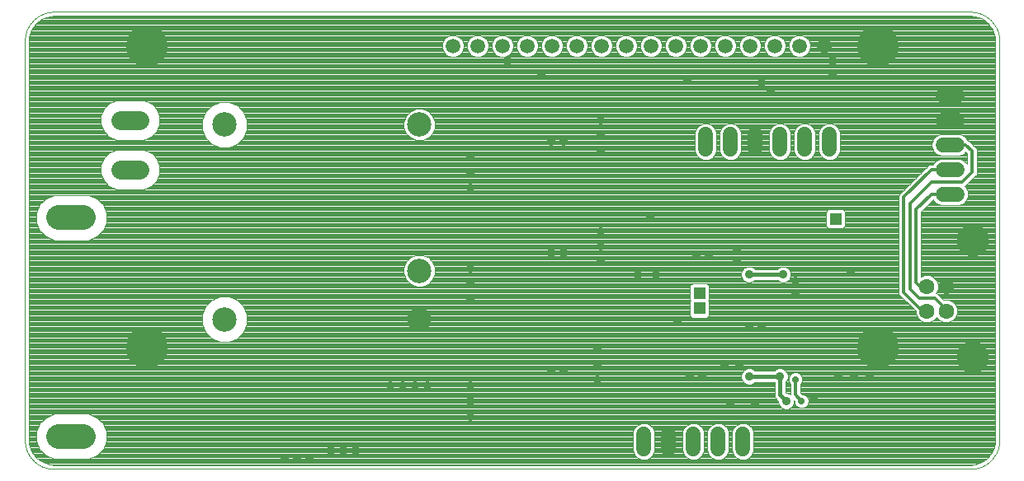
<source format=gbl>
G75*
%MOIN*%
%OFA0B0*%
%FSLAX25Y25*%
%IPPOS*%
%LPD*%
%AMOC8*
5,1,8,0,0,1.08239X$1,22.5*
%
%ADD10C,0.00394*%
%ADD11C,0.06299*%
%ADD12C,0.13055*%
%ADD13C,0.05906*%
%ADD14C,0.05906*%
%ADD15C,0.16992*%
%ADD16C,0.09843*%
%ADD17C,0.07677*%
%ADD18C,0.10000*%
%ADD19C,0.03562*%
%ADD20C,0.01600*%
%ADD21C,0.01200*%
%ADD22C,0.02775*%
%ADD23R,0.04724X0.04724*%
D10*
X0034249Y0022713D02*
X0404327Y0022713D01*
X0404327Y0024306D02*
X0034249Y0024306D01*
X0032650Y0024432D01*
X0029610Y0025420D01*
X0027024Y0027299D01*
X0025145Y0029885D01*
X0024157Y0032925D01*
X0024031Y0034524D01*
X0024031Y0195941D01*
X0024157Y0197539D01*
X0025145Y0200580D01*
X0027024Y0203166D01*
X0029610Y0205045D01*
X0032650Y0206032D01*
X0034249Y0206158D01*
X0404327Y0206158D01*
X0405926Y0206032D01*
X0408966Y0205045D01*
X0411552Y0203166D01*
X0413431Y0200580D01*
X0414419Y0197539D01*
X0414545Y0195941D01*
X0414545Y0034524D01*
X0414419Y0032925D01*
X0413431Y0029885D01*
X0411552Y0027299D01*
X0408966Y0025420D01*
X0405926Y0024432D01*
X0404327Y0024306D01*
X0406669Y0024674D02*
X0031907Y0024674D01*
X0030700Y0025066D02*
X0407876Y0025066D01*
X0409019Y0025458D02*
X0029558Y0025458D01*
X0029018Y0025850D02*
X0409558Y0025850D01*
X0410098Y0026243D02*
X0028478Y0026243D01*
X0027938Y0026635D02*
X0410638Y0026635D01*
X0411178Y0027027D02*
X0314188Y0027027D01*
X0314902Y0027322D02*
X0313303Y0026660D01*
X0311572Y0026660D01*
X0309974Y0027322D01*
X0308750Y0028546D01*
X0308088Y0030145D01*
X0308088Y0037781D01*
X0308750Y0039379D01*
X0309974Y0040603D01*
X0311572Y0041265D01*
X0313303Y0041265D01*
X0314902Y0040603D01*
X0316125Y0039379D01*
X0316787Y0037781D01*
X0316787Y0030145D01*
X0316125Y0028546D01*
X0314902Y0027322D01*
X0314998Y0027419D02*
X0411640Y0027419D01*
X0411924Y0027811D02*
X0315390Y0027811D01*
X0315783Y0028204D02*
X0412209Y0028204D01*
X0412494Y0028596D02*
X0316146Y0028596D01*
X0316308Y0028988D02*
X0412779Y0028988D01*
X0413064Y0029380D02*
X0316471Y0029380D01*
X0316633Y0029772D02*
X0413349Y0029772D01*
X0413522Y0030165D02*
X0316787Y0030165D01*
X0316787Y0030557D02*
X0413649Y0030557D01*
X0413777Y0030949D02*
X0316787Y0030949D01*
X0316787Y0031341D02*
X0413904Y0031341D01*
X0414032Y0031733D02*
X0316787Y0031733D01*
X0316787Y0032126D02*
X0414159Y0032126D01*
X0414287Y0032518D02*
X0316787Y0032518D01*
X0316787Y0032910D02*
X0414414Y0032910D01*
X0414449Y0033302D02*
X0316787Y0033302D01*
X0316787Y0033695D02*
X0414480Y0033695D01*
X0414510Y0034087D02*
X0316787Y0034087D01*
X0316787Y0034479D02*
X0414541Y0034479D01*
X0414545Y0034871D02*
X0316787Y0034871D01*
X0316787Y0035263D02*
X0414545Y0035263D01*
X0414545Y0035656D02*
X0316787Y0035656D01*
X0316787Y0036048D02*
X0414545Y0036048D01*
X0414545Y0036440D02*
X0316787Y0036440D01*
X0316787Y0036832D02*
X0414545Y0036832D01*
X0414545Y0037224D02*
X0316787Y0037224D01*
X0316787Y0037617D02*
X0414545Y0037617D01*
X0414545Y0038009D02*
X0316693Y0038009D01*
X0316530Y0038401D02*
X0414545Y0038401D01*
X0414545Y0038793D02*
X0316368Y0038793D01*
X0316205Y0039186D02*
X0414545Y0039186D01*
X0414545Y0039578D02*
X0315927Y0039578D01*
X0315534Y0039970D02*
X0414545Y0039970D01*
X0414545Y0040362D02*
X0315142Y0040362D01*
X0314536Y0040754D02*
X0414545Y0040754D01*
X0414545Y0041147D02*
X0313589Y0041147D01*
X0311287Y0041147D02*
X0303589Y0041147D01*
X0303303Y0041265D02*
X0301572Y0041265D01*
X0299974Y0040603D01*
X0298750Y0039379D01*
X0298088Y0037781D01*
X0298088Y0030145D01*
X0298750Y0028546D01*
X0299974Y0027322D01*
X0301572Y0026660D01*
X0303303Y0026660D01*
X0304902Y0027322D01*
X0306125Y0028546D01*
X0306787Y0030145D01*
X0306787Y0037781D01*
X0306125Y0039379D01*
X0304902Y0040603D01*
X0303303Y0041265D01*
X0304536Y0040754D02*
X0310340Y0040754D01*
X0309733Y0040362D02*
X0305142Y0040362D01*
X0305534Y0039970D02*
X0309341Y0039970D01*
X0308949Y0039578D02*
X0305927Y0039578D01*
X0306205Y0039186D02*
X0308670Y0039186D01*
X0308508Y0038793D02*
X0306368Y0038793D01*
X0306530Y0038401D02*
X0308345Y0038401D01*
X0308183Y0038009D02*
X0306693Y0038009D01*
X0306787Y0037617D02*
X0308088Y0037617D01*
X0308088Y0037224D02*
X0306787Y0037224D01*
X0306787Y0036832D02*
X0308088Y0036832D01*
X0308088Y0036440D02*
X0306787Y0036440D01*
X0306787Y0036048D02*
X0308088Y0036048D01*
X0308088Y0035656D02*
X0306787Y0035656D01*
X0306787Y0035263D02*
X0308088Y0035263D01*
X0308088Y0034871D02*
X0306787Y0034871D01*
X0306787Y0034479D02*
X0308088Y0034479D01*
X0308088Y0034087D02*
X0306787Y0034087D01*
X0306787Y0033695D02*
X0308088Y0033695D01*
X0308088Y0033302D02*
X0306787Y0033302D01*
X0306787Y0032910D02*
X0308088Y0032910D01*
X0308088Y0032518D02*
X0306787Y0032518D01*
X0306787Y0032126D02*
X0308088Y0032126D01*
X0308088Y0031733D02*
X0306787Y0031733D01*
X0306787Y0031341D02*
X0308088Y0031341D01*
X0308088Y0030949D02*
X0306787Y0030949D01*
X0306787Y0030557D02*
X0308088Y0030557D01*
X0308088Y0030165D02*
X0306787Y0030165D01*
X0306633Y0029772D02*
X0308242Y0029772D01*
X0308405Y0029380D02*
X0306471Y0029380D01*
X0306308Y0028988D02*
X0308567Y0028988D01*
X0308730Y0028596D02*
X0306146Y0028596D01*
X0305783Y0028204D02*
X0309093Y0028204D01*
X0309485Y0027811D02*
X0305390Y0027811D01*
X0304998Y0027419D02*
X0309877Y0027419D01*
X0310687Y0027027D02*
X0304188Y0027027D01*
X0300687Y0027027D02*
X0294188Y0027027D01*
X0294902Y0027322D02*
X0293303Y0026660D01*
X0291572Y0026660D01*
X0289974Y0027322D01*
X0288750Y0028546D01*
X0288088Y0030145D01*
X0288088Y0037781D01*
X0288750Y0039379D01*
X0289974Y0040603D01*
X0291572Y0041265D01*
X0293303Y0041265D01*
X0294902Y0040603D01*
X0296125Y0039379D01*
X0296787Y0037781D01*
X0296787Y0030145D01*
X0296125Y0028546D01*
X0294902Y0027322D01*
X0294998Y0027419D02*
X0299877Y0027419D01*
X0299485Y0027811D02*
X0295390Y0027811D01*
X0295783Y0028204D02*
X0299093Y0028204D01*
X0298730Y0028596D02*
X0296146Y0028596D01*
X0296308Y0028988D02*
X0298567Y0028988D01*
X0298405Y0029380D02*
X0296471Y0029380D01*
X0296633Y0029772D02*
X0298242Y0029772D01*
X0298088Y0030165D02*
X0296787Y0030165D01*
X0296787Y0030557D02*
X0298088Y0030557D01*
X0298088Y0030949D02*
X0296787Y0030949D01*
X0296787Y0031341D02*
X0298088Y0031341D01*
X0298088Y0031733D02*
X0296787Y0031733D01*
X0296787Y0032126D02*
X0298088Y0032126D01*
X0298088Y0032518D02*
X0296787Y0032518D01*
X0296787Y0032910D02*
X0298088Y0032910D01*
X0298088Y0033302D02*
X0296787Y0033302D01*
X0296787Y0033695D02*
X0298088Y0033695D01*
X0298088Y0034087D02*
X0296787Y0034087D01*
X0296787Y0034479D02*
X0298088Y0034479D01*
X0298088Y0034871D02*
X0296787Y0034871D01*
X0296787Y0035263D02*
X0298088Y0035263D01*
X0298088Y0035656D02*
X0296787Y0035656D01*
X0296787Y0036048D02*
X0298088Y0036048D01*
X0298088Y0036440D02*
X0296787Y0036440D01*
X0296787Y0036832D02*
X0298088Y0036832D01*
X0298088Y0037224D02*
X0296787Y0037224D01*
X0296787Y0037617D02*
X0298088Y0037617D01*
X0298183Y0038009D02*
X0296693Y0038009D01*
X0296530Y0038401D02*
X0298345Y0038401D01*
X0298508Y0038793D02*
X0296368Y0038793D01*
X0296205Y0039186D02*
X0298670Y0039186D01*
X0298949Y0039578D02*
X0295927Y0039578D01*
X0295534Y0039970D02*
X0299341Y0039970D01*
X0299733Y0040362D02*
X0295142Y0040362D01*
X0294536Y0040754D02*
X0300340Y0040754D01*
X0301287Y0041147D02*
X0293589Y0041147D01*
X0291287Y0041147D02*
X0273589Y0041147D01*
X0273303Y0041265D02*
X0271572Y0041265D01*
X0269974Y0040603D01*
X0268750Y0039379D01*
X0268088Y0037781D01*
X0268088Y0030145D01*
X0268750Y0028546D01*
X0269974Y0027322D01*
X0271572Y0026660D01*
X0273303Y0026660D01*
X0274902Y0027322D01*
X0276125Y0028546D01*
X0276787Y0030145D01*
X0276787Y0037781D01*
X0276125Y0039379D01*
X0274902Y0040603D01*
X0273303Y0041265D01*
X0274536Y0040754D02*
X0290340Y0040754D01*
X0289733Y0040362D02*
X0275142Y0040362D01*
X0275534Y0039970D02*
X0289341Y0039970D01*
X0288949Y0039578D02*
X0275927Y0039578D01*
X0276205Y0039186D02*
X0288670Y0039186D01*
X0288508Y0038793D02*
X0276368Y0038793D01*
X0276530Y0038401D02*
X0288345Y0038401D01*
X0288183Y0038009D02*
X0276693Y0038009D01*
X0276787Y0037617D02*
X0288088Y0037617D01*
X0288088Y0037224D02*
X0276787Y0037224D01*
X0276787Y0036832D02*
X0288088Y0036832D01*
X0288088Y0036440D02*
X0276787Y0036440D01*
X0276787Y0036048D02*
X0288088Y0036048D01*
X0288088Y0035656D02*
X0276787Y0035656D01*
X0276787Y0035263D02*
X0288088Y0035263D01*
X0288088Y0034871D02*
X0276787Y0034871D01*
X0276787Y0034479D02*
X0288088Y0034479D01*
X0288088Y0034087D02*
X0276787Y0034087D01*
X0276787Y0033695D02*
X0288088Y0033695D01*
X0288088Y0033302D02*
X0276787Y0033302D01*
X0276787Y0032910D02*
X0288088Y0032910D01*
X0288088Y0032518D02*
X0276787Y0032518D01*
X0276787Y0032126D02*
X0288088Y0032126D01*
X0288088Y0031733D02*
X0276787Y0031733D01*
X0276787Y0031341D02*
X0288088Y0031341D01*
X0288088Y0030949D02*
X0276787Y0030949D01*
X0276787Y0030557D02*
X0288088Y0030557D01*
X0288088Y0030165D02*
X0276787Y0030165D01*
X0276633Y0029772D02*
X0288242Y0029772D01*
X0288405Y0029380D02*
X0276471Y0029380D01*
X0276308Y0028988D02*
X0288567Y0028988D01*
X0288730Y0028596D02*
X0276146Y0028596D01*
X0275783Y0028204D02*
X0289093Y0028204D01*
X0289485Y0027811D02*
X0275390Y0027811D01*
X0274998Y0027419D02*
X0289877Y0027419D01*
X0290687Y0027027D02*
X0274188Y0027027D01*
X0270687Y0027027D02*
X0048768Y0027027D01*
X0048017Y0026716D02*
X0051397Y0028116D01*
X0053984Y0030703D01*
X0055384Y0034083D01*
X0055384Y0037742D01*
X0053984Y0041122D01*
X0051397Y0043709D01*
X0048017Y0045109D01*
X0034358Y0045109D01*
X0030978Y0043709D01*
X0028391Y0041122D01*
X0026991Y0037742D01*
X0026991Y0034083D01*
X0028391Y0030703D01*
X0030978Y0028116D01*
X0034358Y0026716D01*
X0048017Y0026716D01*
X0049715Y0027419D02*
X0269877Y0027419D01*
X0269485Y0027811D02*
X0050662Y0027811D01*
X0051485Y0028204D02*
X0269093Y0028204D01*
X0268730Y0028596D02*
X0051877Y0028596D01*
X0052269Y0028988D02*
X0268567Y0028988D01*
X0268405Y0029380D02*
X0052662Y0029380D01*
X0053054Y0029772D02*
X0268242Y0029772D01*
X0268088Y0030165D02*
X0053446Y0030165D01*
X0053838Y0030557D02*
X0268088Y0030557D01*
X0268088Y0030949D02*
X0054086Y0030949D01*
X0054249Y0031341D02*
X0268088Y0031341D01*
X0268088Y0031733D02*
X0054411Y0031733D01*
X0054574Y0032126D02*
X0268088Y0032126D01*
X0268088Y0032518D02*
X0054736Y0032518D01*
X0054899Y0032910D02*
X0268088Y0032910D01*
X0268088Y0033302D02*
X0055061Y0033302D01*
X0055223Y0033695D02*
X0268088Y0033695D01*
X0268088Y0034087D02*
X0055384Y0034087D01*
X0055384Y0034479D02*
X0268088Y0034479D01*
X0268088Y0034871D02*
X0055384Y0034871D01*
X0055384Y0035263D02*
X0268088Y0035263D01*
X0268088Y0035656D02*
X0055384Y0035656D01*
X0055384Y0036048D02*
X0268088Y0036048D01*
X0268088Y0036440D02*
X0055384Y0036440D01*
X0055384Y0036832D02*
X0268088Y0036832D01*
X0268088Y0037224D02*
X0055384Y0037224D01*
X0055384Y0037617D02*
X0268088Y0037617D01*
X0268183Y0038009D02*
X0055274Y0038009D01*
X0055111Y0038401D02*
X0268345Y0038401D01*
X0268508Y0038793D02*
X0054949Y0038793D01*
X0054787Y0039186D02*
X0268670Y0039186D01*
X0268949Y0039578D02*
X0054624Y0039578D01*
X0054462Y0039970D02*
X0269341Y0039970D01*
X0269733Y0040362D02*
X0054299Y0040362D01*
X0054137Y0040754D02*
X0270340Y0040754D01*
X0271287Y0041147D02*
X0053960Y0041147D01*
X0053568Y0041539D02*
X0414545Y0041539D01*
X0414545Y0041931D02*
X0053176Y0041931D01*
X0052783Y0042323D02*
X0414545Y0042323D01*
X0414545Y0042715D02*
X0052391Y0042715D01*
X0051999Y0043108D02*
X0414545Y0043108D01*
X0414545Y0043500D02*
X0051607Y0043500D01*
X0050956Y0043892D02*
X0414545Y0043892D01*
X0414545Y0044284D02*
X0050009Y0044284D01*
X0049062Y0044676D02*
X0414545Y0044676D01*
X0414545Y0045069D02*
X0048115Y0045069D01*
X0034260Y0045069D02*
X0024031Y0045069D01*
X0024031Y0045461D02*
X0414545Y0045461D01*
X0414545Y0045853D02*
X0024031Y0045853D01*
X0024031Y0046245D02*
X0414545Y0046245D01*
X0414545Y0046638D02*
X0024031Y0046638D01*
X0024031Y0047030D02*
X0414545Y0047030D01*
X0414545Y0047422D02*
X0331505Y0047422D01*
X0331738Y0047518D02*
X0332632Y0048412D01*
X0333116Y0049580D01*
X0333116Y0050461D01*
X0333403Y0050173D01*
X0333403Y0049659D01*
X0333827Y0048635D01*
X0334611Y0047852D01*
X0335634Y0047428D01*
X0336741Y0047428D01*
X0337765Y0047852D01*
X0338548Y0048635D01*
X0338972Y0049659D01*
X0338972Y0050766D01*
X0338548Y0051790D01*
X0337765Y0052573D01*
X0336741Y0052997D01*
X0336227Y0052997D01*
X0335684Y0053540D01*
X0335684Y0057022D01*
X0336048Y0057385D01*
X0336472Y0058409D01*
X0336472Y0059516D01*
X0336048Y0060540D01*
X0335265Y0061323D01*
X0334241Y0061747D01*
X0333134Y0061747D01*
X0332111Y0061323D01*
X0331327Y0060540D01*
X0330903Y0059516D01*
X0330903Y0058409D01*
X0331327Y0057385D01*
X0331691Y0057022D01*
X0331691Y0052926D01*
X0330570Y0053391D01*
X0329867Y0053391D01*
X0329634Y0053623D01*
X0329634Y0057915D01*
X0330132Y0058412D01*
X0330616Y0059580D01*
X0330616Y0060845D01*
X0330132Y0062013D01*
X0329238Y0062907D01*
X0328070Y0063391D01*
X0326806Y0063391D01*
X0325637Y0062907D01*
X0325140Y0062409D01*
X0317235Y0062409D01*
X0316738Y0062907D01*
X0315570Y0063391D01*
X0314306Y0063391D01*
X0313137Y0062907D01*
X0312244Y0062013D01*
X0311760Y0060845D01*
X0311760Y0059580D01*
X0312244Y0058412D01*
X0313137Y0057518D01*
X0314306Y0057035D01*
X0315570Y0057035D01*
X0316738Y0057518D01*
X0317235Y0058016D01*
X0325140Y0058016D01*
X0325241Y0057915D01*
X0325241Y0051803D01*
X0326528Y0050516D01*
X0326760Y0050284D01*
X0326760Y0049580D01*
X0327244Y0048412D01*
X0328137Y0047518D01*
X0329306Y0047035D01*
X0330570Y0047035D01*
X0331738Y0047518D01*
X0332034Y0047814D02*
X0334702Y0047814D01*
X0334256Y0048206D02*
X0332426Y0048206D01*
X0332709Y0048599D02*
X0333864Y0048599D01*
X0333680Y0048991D02*
X0332871Y0048991D01*
X0333034Y0049383D02*
X0333518Y0049383D01*
X0333403Y0049775D02*
X0333116Y0049775D01*
X0333116Y0050167D02*
X0333403Y0050167D01*
X0331691Y0053305D02*
X0330776Y0053305D01*
X0331691Y0053697D02*
X0329634Y0053697D01*
X0329634Y0054090D02*
X0331691Y0054090D01*
X0331691Y0054482D02*
X0329634Y0054482D01*
X0329634Y0054874D02*
X0331691Y0054874D01*
X0331691Y0055266D02*
X0329634Y0055266D01*
X0329634Y0055658D02*
X0331691Y0055658D01*
X0331691Y0056051D02*
X0329634Y0056051D01*
X0329634Y0056443D02*
X0331691Y0056443D01*
X0331691Y0056835D02*
X0329634Y0056835D01*
X0329634Y0057227D02*
X0331485Y0057227D01*
X0331230Y0057619D02*
X0329634Y0057619D01*
X0329731Y0058012D02*
X0331068Y0058012D01*
X0330905Y0058404D02*
X0330123Y0058404D01*
X0330291Y0058796D02*
X0330903Y0058796D01*
X0330903Y0059188D02*
X0330453Y0059188D01*
X0330616Y0059581D02*
X0330930Y0059581D01*
X0331092Y0059973D02*
X0330616Y0059973D01*
X0330616Y0060365D02*
X0331255Y0060365D01*
X0331545Y0060757D02*
X0330616Y0060757D01*
X0330489Y0061149D02*
X0331937Y0061149D01*
X0332638Y0061542D02*
X0330327Y0061542D01*
X0330164Y0061934D02*
X0414545Y0061934D01*
X0414545Y0062326D02*
X0329819Y0062326D01*
X0329426Y0062718D02*
X0414545Y0062718D01*
X0414545Y0063110D02*
X0328746Y0063110D01*
X0326129Y0063110D02*
X0316246Y0063110D01*
X0316926Y0062718D02*
X0325449Y0062718D01*
X0334737Y0061542D02*
X0414545Y0061542D01*
X0414545Y0061149D02*
X0335438Y0061149D01*
X0335831Y0060757D02*
X0414545Y0060757D01*
X0414545Y0060365D02*
X0336120Y0060365D01*
X0336283Y0059973D02*
X0414545Y0059973D01*
X0414545Y0059581D02*
X0336445Y0059581D01*
X0336472Y0059188D02*
X0414545Y0059188D01*
X0414545Y0058796D02*
X0336472Y0058796D01*
X0336470Y0058404D02*
X0414545Y0058404D01*
X0414545Y0058012D02*
X0336307Y0058012D01*
X0336145Y0057619D02*
X0414545Y0057619D01*
X0414545Y0057227D02*
X0335890Y0057227D01*
X0335684Y0056835D02*
X0414545Y0056835D01*
X0414545Y0056443D02*
X0335684Y0056443D01*
X0335684Y0056051D02*
X0414545Y0056051D01*
X0414545Y0055658D02*
X0335684Y0055658D01*
X0335684Y0055266D02*
X0414545Y0055266D01*
X0414545Y0054874D02*
X0335684Y0054874D01*
X0335684Y0054482D02*
X0414545Y0054482D01*
X0414545Y0054090D02*
X0335684Y0054090D01*
X0335684Y0053697D02*
X0414545Y0053697D01*
X0414545Y0053305D02*
X0335919Y0053305D01*
X0336944Y0052913D02*
X0414545Y0052913D01*
X0414545Y0052521D02*
X0337817Y0052521D01*
X0338209Y0052129D02*
X0414545Y0052129D01*
X0414545Y0051736D02*
X0338570Y0051736D01*
X0338733Y0051344D02*
X0414545Y0051344D01*
X0414545Y0050952D02*
X0338895Y0050952D01*
X0338972Y0050560D02*
X0414545Y0050560D01*
X0414545Y0050167D02*
X0338972Y0050167D01*
X0338972Y0049775D02*
X0414545Y0049775D01*
X0414545Y0049383D02*
X0338858Y0049383D01*
X0338695Y0048991D02*
X0414545Y0048991D01*
X0414545Y0048599D02*
X0338511Y0048599D01*
X0338119Y0048206D02*
X0414545Y0048206D01*
X0414545Y0047814D02*
X0337673Y0047814D01*
X0328370Y0047422D02*
X0024031Y0047422D01*
X0024031Y0047814D02*
X0327842Y0047814D01*
X0327450Y0048206D02*
X0024031Y0048206D01*
X0024031Y0048599D02*
X0327166Y0048599D01*
X0327004Y0048991D02*
X0024031Y0048991D01*
X0024031Y0049383D02*
X0326841Y0049383D01*
X0326760Y0049775D02*
X0024031Y0049775D01*
X0024031Y0050167D02*
X0326760Y0050167D01*
X0326484Y0050560D02*
X0024031Y0050560D01*
X0024031Y0050952D02*
X0326092Y0050952D01*
X0325699Y0051344D02*
X0024031Y0051344D01*
X0024031Y0051736D02*
X0325307Y0051736D01*
X0325241Y0052129D02*
X0024031Y0052129D01*
X0024031Y0052521D02*
X0325241Y0052521D01*
X0325241Y0052913D02*
X0024031Y0052913D01*
X0024031Y0053305D02*
X0325241Y0053305D01*
X0325241Y0053697D02*
X0024031Y0053697D01*
X0024031Y0054090D02*
X0325241Y0054090D01*
X0325241Y0054482D02*
X0024031Y0054482D01*
X0024031Y0054874D02*
X0325241Y0054874D01*
X0325241Y0055266D02*
X0024031Y0055266D01*
X0024031Y0055658D02*
X0325241Y0055658D01*
X0325241Y0056051D02*
X0024031Y0056051D01*
X0024031Y0056443D02*
X0325241Y0056443D01*
X0325241Y0056835D02*
X0024031Y0056835D01*
X0024031Y0057227D02*
X0313840Y0057227D01*
X0313036Y0057619D02*
X0024031Y0057619D01*
X0024031Y0058012D02*
X0312644Y0058012D01*
X0312252Y0058404D02*
X0024031Y0058404D01*
X0024031Y0058796D02*
X0312085Y0058796D01*
X0311922Y0059188D02*
X0024031Y0059188D01*
X0024031Y0059581D02*
X0311760Y0059581D01*
X0311760Y0059973D02*
X0024031Y0059973D01*
X0024031Y0060365D02*
X0311760Y0060365D01*
X0311760Y0060757D02*
X0024031Y0060757D01*
X0024031Y0061149D02*
X0311886Y0061149D01*
X0312048Y0061542D02*
X0024031Y0061542D01*
X0024031Y0061934D02*
X0312211Y0061934D01*
X0312557Y0062326D02*
X0024031Y0062326D01*
X0024031Y0062718D02*
X0312949Y0062718D01*
X0313629Y0063110D02*
X0024031Y0063110D01*
X0024031Y0063503D02*
X0414545Y0063503D01*
X0414545Y0063895D02*
X0024031Y0063895D01*
X0024031Y0064287D02*
X0414545Y0064287D01*
X0414545Y0064679D02*
X0024031Y0064679D01*
X0024031Y0065072D02*
X0414545Y0065072D01*
X0414545Y0065464D02*
X0024031Y0065464D01*
X0024031Y0065856D02*
X0414545Y0065856D01*
X0414545Y0066248D02*
X0024031Y0066248D01*
X0024031Y0066640D02*
X0414545Y0066640D01*
X0414545Y0067033D02*
X0024031Y0067033D01*
X0024031Y0067425D02*
X0414545Y0067425D01*
X0414545Y0067817D02*
X0024031Y0067817D01*
X0024031Y0068209D02*
X0414545Y0068209D01*
X0414545Y0068601D02*
X0024031Y0068601D01*
X0024031Y0068994D02*
X0414545Y0068994D01*
X0414545Y0069386D02*
X0024031Y0069386D01*
X0024031Y0069778D02*
X0414545Y0069778D01*
X0414545Y0070170D02*
X0024031Y0070170D01*
X0024031Y0070562D02*
X0414545Y0070562D01*
X0414545Y0070955D02*
X0024031Y0070955D01*
X0024031Y0071347D02*
X0414545Y0071347D01*
X0414545Y0071739D02*
X0024031Y0071739D01*
X0024031Y0072131D02*
X0414545Y0072131D01*
X0414545Y0072524D02*
X0024031Y0072524D01*
X0024031Y0072916D02*
X0414545Y0072916D01*
X0414545Y0073308D02*
X0024031Y0073308D01*
X0024031Y0073700D02*
X0414545Y0073700D01*
X0414545Y0074092D02*
X0024031Y0074092D01*
X0024031Y0074485D02*
X0100626Y0074485D01*
X0101254Y0074224D02*
X0104881Y0074224D01*
X0108233Y0075613D01*
X0110798Y0078178D01*
X0112186Y0081529D01*
X0112186Y0085156D01*
X0110798Y0088508D01*
X0108233Y0091072D01*
X0104881Y0092461D01*
X0101254Y0092461D01*
X0097903Y0091072D01*
X0095338Y0088508D01*
X0093949Y0085156D01*
X0093949Y0081529D01*
X0095338Y0078178D01*
X0097903Y0075613D01*
X0101254Y0074224D01*
X0099679Y0074877D02*
X0024031Y0074877D01*
X0024031Y0075269D02*
X0098732Y0075269D01*
X0097854Y0075661D02*
X0024031Y0075661D01*
X0024031Y0076053D02*
X0097462Y0076053D01*
X0097069Y0076446D02*
X0024031Y0076446D01*
X0024031Y0076838D02*
X0096677Y0076838D01*
X0096285Y0077230D02*
X0024031Y0077230D01*
X0024031Y0077622D02*
X0095893Y0077622D01*
X0095501Y0078015D02*
X0024031Y0078015D01*
X0024031Y0078407D02*
X0095243Y0078407D01*
X0095080Y0078799D02*
X0024031Y0078799D01*
X0024031Y0079191D02*
X0094918Y0079191D01*
X0094755Y0079583D02*
X0024031Y0079583D01*
X0024031Y0079976D02*
X0094593Y0079976D01*
X0094430Y0080368D02*
X0024031Y0080368D01*
X0024031Y0080760D02*
X0094268Y0080760D01*
X0094105Y0081152D02*
X0024031Y0081152D01*
X0024031Y0081544D02*
X0093949Y0081544D01*
X0093949Y0081937D02*
X0024031Y0081937D01*
X0024031Y0082329D02*
X0093949Y0082329D01*
X0093949Y0082721D02*
X0024031Y0082721D01*
X0024031Y0083113D02*
X0093949Y0083113D01*
X0093949Y0083505D02*
X0024031Y0083505D01*
X0024031Y0083898D02*
X0093949Y0083898D01*
X0093949Y0084290D02*
X0024031Y0084290D01*
X0024031Y0084682D02*
X0093949Y0084682D01*
X0093949Y0085074D02*
X0024031Y0085074D01*
X0024031Y0085467D02*
X0094078Y0085467D01*
X0094240Y0085859D02*
X0024031Y0085859D01*
X0024031Y0086251D02*
X0094403Y0086251D01*
X0094565Y0086643D02*
X0024031Y0086643D01*
X0024031Y0087035D02*
X0094728Y0087035D01*
X0094890Y0087428D02*
X0024031Y0087428D01*
X0024031Y0087820D02*
X0095053Y0087820D01*
X0095215Y0088212D02*
X0024031Y0088212D01*
X0024031Y0088604D02*
X0095434Y0088604D01*
X0095827Y0088996D02*
X0024031Y0088996D01*
X0024031Y0089389D02*
X0096219Y0089389D01*
X0096611Y0089781D02*
X0024031Y0089781D01*
X0024031Y0090173D02*
X0097003Y0090173D01*
X0097395Y0090565D02*
X0024031Y0090565D01*
X0024031Y0090958D02*
X0097788Y0090958D01*
X0098572Y0091350D02*
X0024031Y0091350D01*
X0024031Y0091742D02*
X0099519Y0091742D01*
X0100466Y0092134D02*
X0024031Y0092134D01*
X0024031Y0092526D02*
X0291179Y0092526D01*
X0291179Y0092134D02*
X0105669Y0092134D01*
X0106616Y0091742D02*
X0291179Y0091742D01*
X0291179Y0091350D02*
X0107563Y0091350D01*
X0108348Y0090958D02*
X0291243Y0090958D01*
X0291179Y0091022D02*
X0291363Y0090838D01*
X0291179Y0090653D01*
X0291179Y0084772D01*
X0291997Y0083954D01*
X0297878Y0083954D01*
X0298697Y0084772D01*
X0298697Y0090653D01*
X0298513Y0090838D01*
X0298697Y0091022D01*
X0298697Y0096903D01*
X0297878Y0097722D01*
X0291997Y0097722D01*
X0291179Y0096903D01*
X0291179Y0091022D01*
X0291179Y0090565D02*
X0108740Y0090565D01*
X0109132Y0090173D02*
X0291179Y0090173D01*
X0291179Y0089781D02*
X0109524Y0089781D01*
X0109916Y0089389D02*
X0291179Y0089389D01*
X0291179Y0088996D02*
X0110309Y0088996D01*
X0110701Y0088604D02*
X0291179Y0088604D01*
X0291179Y0088212D02*
X0110920Y0088212D01*
X0111082Y0087820D02*
X0291179Y0087820D01*
X0291179Y0087428D02*
X0111245Y0087428D01*
X0111407Y0087035D02*
X0291179Y0087035D01*
X0291179Y0086643D02*
X0111570Y0086643D01*
X0111732Y0086251D02*
X0291179Y0086251D01*
X0291179Y0085859D02*
X0111895Y0085859D01*
X0112057Y0085467D02*
X0291179Y0085467D01*
X0291179Y0085074D02*
X0112186Y0085074D01*
X0112186Y0084682D02*
X0291268Y0084682D01*
X0291660Y0084290D02*
X0112186Y0084290D01*
X0112186Y0083898D02*
X0383130Y0083898D01*
X0382914Y0084114D02*
X0384193Y0082835D01*
X0385864Y0082143D01*
X0387673Y0082143D01*
X0389344Y0082835D01*
X0390623Y0084114D01*
X0390705Y0084313D01*
X0390788Y0084114D01*
X0392067Y0082835D01*
X0393738Y0082143D01*
X0395547Y0082143D01*
X0397218Y0082835D01*
X0398497Y0084114D01*
X0399189Y0085785D01*
X0399189Y0087593D01*
X0398497Y0089264D01*
X0397218Y0090543D01*
X0395547Y0091235D01*
X0393738Y0091235D01*
X0393473Y0091126D01*
X0391934Y0092664D01*
X0390765Y0093833D01*
X0390500Y0093833D01*
X0390623Y0093956D01*
X0391315Y0095627D01*
X0391315Y0097436D01*
X0390623Y0099107D01*
X0389344Y0100386D01*
X0387673Y0101078D01*
X0385864Y0101078D01*
X0384434Y0100486D01*
X0384434Y0126885D01*
X0389401Y0131852D01*
X0389547Y0131499D01*
X0390771Y0130275D01*
X0392370Y0129613D01*
X0400006Y0129613D01*
X0401604Y0130275D01*
X0402828Y0131499D01*
X0403490Y0133097D01*
X0403490Y0134828D01*
X0402828Y0136426D01*
X0402152Y0137103D01*
X0405765Y0140716D01*
X0406934Y0141885D01*
X0406934Y0152290D01*
X0404434Y0154790D01*
X0403265Y0155959D01*
X0403021Y0155959D01*
X0402828Y0156426D01*
X0401604Y0157650D01*
X0400006Y0158312D01*
X0392370Y0158312D01*
X0390771Y0157650D01*
X0389547Y0156426D01*
X0388885Y0154828D01*
X0388885Y0153097D01*
X0389547Y0151499D01*
X0390771Y0150275D01*
X0392370Y0149613D01*
X0400006Y0149613D01*
X0401604Y0150275D01*
X0402453Y0151124D01*
X0402941Y0150635D01*
X0402941Y0146154D01*
X0402828Y0146426D01*
X0401604Y0147650D01*
X0400006Y0148312D01*
X0392370Y0148312D01*
X0390771Y0147650D01*
X0389547Y0146426D01*
X0389354Y0145959D01*
X0387861Y0145959D01*
X0386691Y0144790D01*
X0375441Y0133540D01*
X0375441Y0093509D01*
X0376611Y0092340D01*
X0382222Y0086728D01*
X0382222Y0085785D01*
X0382914Y0084114D01*
X0382841Y0084290D02*
X0298215Y0084290D01*
X0298607Y0084682D02*
X0382679Y0084682D01*
X0382516Y0085074D02*
X0298697Y0085074D01*
X0298697Y0085467D02*
X0382354Y0085467D01*
X0382222Y0085859D02*
X0298697Y0085859D01*
X0298697Y0086251D02*
X0382222Y0086251D01*
X0382222Y0086643D02*
X0298697Y0086643D01*
X0298697Y0087035D02*
X0381915Y0087035D01*
X0381523Y0087428D02*
X0298697Y0087428D01*
X0298697Y0087820D02*
X0381130Y0087820D01*
X0380738Y0088212D02*
X0298697Y0088212D01*
X0298697Y0088604D02*
X0380346Y0088604D01*
X0379954Y0088996D02*
X0298697Y0088996D01*
X0298697Y0089389D02*
X0379562Y0089389D01*
X0379169Y0089781D02*
X0298697Y0089781D01*
X0298697Y0090173D02*
X0378777Y0090173D01*
X0378385Y0090565D02*
X0298697Y0090565D01*
X0298632Y0090958D02*
X0377993Y0090958D01*
X0377601Y0091350D02*
X0298697Y0091350D01*
X0298697Y0091742D02*
X0377208Y0091742D01*
X0376816Y0092134D02*
X0298697Y0092134D01*
X0298697Y0092526D02*
X0376424Y0092526D01*
X0376032Y0092919D02*
X0298697Y0092919D01*
X0298697Y0093311D02*
X0375640Y0093311D01*
X0375441Y0093703D02*
X0298697Y0093703D01*
X0298697Y0094095D02*
X0375441Y0094095D01*
X0375441Y0094487D02*
X0298697Y0094487D01*
X0298697Y0094880D02*
X0375441Y0094880D01*
X0375441Y0095272D02*
X0298697Y0095272D01*
X0298697Y0095664D02*
X0375441Y0095664D01*
X0375441Y0096056D02*
X0298697Y0096056D01*
X0298697Y0096448D02*
X0375441Y0096448D01*
X0375441Y0096841D02*
X0298697Y0096841D01*
X0298367Y0097233D02*
X0375441Y0097233D01*
X0375441Y0097625D02*
X0297975Y0097625D01*
X0291900Y0097625D02*
X0185275Y0097625D01*
X0185387Y0097671D02*
X0187164Y0099449D01*
X0188126Y0101771D01*
X0188126Y0104284D01*
X0187164Y0106606D01*
X0185387Y0108384D01*
X0183064Y0109346D01*
X0180551Y0109346D01*
X0178229Y0108384D01*
X0176452Y0106606D01*
X0175490Y0104284D01*
X0175490Y0101771D01*
X0176452Y0099449D01*
X0178229Y0097671D01*
X0180551Y0096709D01*
X0183064Y0096709D01*
X0185387Y0097671D01*
X0185733Y0098017D02*
X0375441Y0098017D01*
X0375441Y0098410D02*
X0329621Y0098410D01*
X0329320Y0098285D02*
X0330488Y0098768D01*
X0331382Y0099662D01*
X0331866Y0100830D01*
X0331866Y0102095D01*
X0331382Y0103263D01*
X0330488Y0104157D01*
X0329320Y0104641D01*
X0328056Y0104641D01*
X0326887Y0104157D01*
X0326390Y0103659D01*
X0317235Y0103659D01*
X0316738Y0104157D01*
X0315570Y0104641D01*
X0314306Y0104641D01*
X0313137Y0104157D01*
X0312244Y0103263D01*
X0311760Y0102095D01*
X0311760Y0100830D01*
X0312244Y0099662D01*
X0313137Y0098768D01*
X0314306Y0098285D01*
X0315570Y0098285D01*
X0316738Y0098768D01*
X0317235Y0099266D01*
X0326390Y0099266D01*
X0326887Y0098768D01*
X0328056Y0098285D01*
X0329320Y0098285D01*
X0330521Y0098802D02*
X0375441Y0098802D01*
X0375441Y0099194D02*
X0330913Y0099194D01*
X0331306Y0099586D02*
X0375441Y0099586D01*
X0375441Y0099978D02*
X0331513Y0099978D01*
X0331675Y0100371D02*
X0375441Y0100371D01*
X0375441Y0100763D02*
X0331838Y0100763D01*
X0331866Y0101155D02*
X0375441Y0101155D01*
X0375441Y0101547D02*
X0331866Y0101547D01*
X0331866Y0101939D02*
X0375441Y0101939D01*
X0375441Y0102332D02*
X0331767Y0102332D01*
X0331605Y0102724D02*
X0375441Y0102724D01*
X0375441Y0103116D02*
X0331443Y0103116D01*
X0331136Y0103508D02*
X0375441Y0103508D01*
X0375441Y0103901D02*
X0330744Y0103901D01*
X0330160Y0104293D02*
X0375441Y0104293D01*
X0375441Y0104685D02*
X0187960Y0104685D01*
X0187797Y0105077D02*
X0375441Y0105077D01*
X0375441Y0105469D02*
X0187635Y0105469D01*
X0187473Y0105862D02*
X0375441Y0105862D01*
X0375441Y0106254D02*
X0187310Y0106254D01*
X0187124Y0106646D02*
X0375441Y0106646D01*
X0375441Y0107038D02*
X0186732Y0107038D01*
X0186340Y0107430D02*
X0375441Y0107430D01*
X0375441Y0107823D02*
X0185948Y0107823D01*
X0185556Y0108215D02*
X0375441Y0108215D01*
X0375441Y0108607D02*
X0184848Y0108607D01*
X0183901Y0108999D02*
X0375441Y0108999D01*
X0375441Y0109391D02*
X0024031Y0109391D01*
X0024031Y0108999D02*
X0179715Y0108999D01*
X0178768Y0108607D02*
X0024031Y0108607D01*
X0024031Y0108215D02*
X0178060Y0108215D01*
X0177668Y0107823D02*
X0024031Y0107823D01*
X0024031Y0107430D02*
X0177275Y0107430D01*
X0176883Y0107038D02*
X0024031Y0107038D01*
X0024031Y0106646D02*
X0176491Y0106646D01*
X0176305Y0106254D02*
X0024031Y0106254D01*
X0024031Y0105862D02*
X0176143Y0105862D01*
X0175980Y0105469D02*
X0024031Y0105469D01*
X0024031Y0105077D02*
X0175818Y0105077D01*
X0175656Y0104685D02*
X0024031Y0104685D01*
X0024031Y0104293D02*
X0175493Y0104293D01*
X0175490Y0103901D02*
X0024031Y0103901D01*
X0024031Y0103508D02*
X0175490Y0103508D01*
X0175490Y0103116D02*
X0024031Y0103116D01*
X0024031Y0102724D02*
X0175490Y0102724D01*
X0175490Y0102332D02*
X0024031Y0102332D01*
X0024031Y0101939D02*
X0175490Y0101939D01*
X0175582Y0101547D02*
X0024031Y0101547D01*
X0024031Y0101155D02*
X0175745Y0101155D01*
X0175907Y0100763D02*
X0024031Y0100763D01*
X0024031Y0100371D02*
X0176070Y0100371D01*
X0176232Y0099978D02*
X0024031Y0099978D01*
X0024031Y0099586D02*
X0176395Y0099586D01*
X0176706Y0099194D02*
X0024031Y0099194D01*
X0024031Y0098802D02*
X0177098Y0098802D01*
X0177491Y0098410D02*
X0024031Y0098410D01*
X0024031Y0098017D02*
X0177883Y0098017D01*
X0178340Y0097625D02*
X0024031Y0097625D01*
X0024031Y0097233D02*
X0179287Y0097233D01*
X0180234Y0096841D02*
X0024031Y0096841D01*
X0024031Y0096448D02*
X0291179Y0096448D01*
X0291179Y0096056D02*
X0024031Y0096056D01*
X0024031Y0095664D02*
X0291179Y0095664D01*
X0291179Y0095272D02*
X0024031Y0095272D01*
X0024031Y0094880D02*
X0291179Y0094880D01*
X0291179Y0094487D02*
X0024031Y0094487D01*
X0024031Y0094095D02*
X0291179Y0094095D01*
X0291179Y0093703D02*
X0024031Y0093703D01*
X0024031Y0093311D02*
X0291179Y0093311D01*
X0291179Y0092919D02*
X0024031Y0092919D01*
X0024031Y0109784D02*
X0375441Y0109784D01*
X0375441Y0110176D02*
X0024031Y0110176D01*
X0024031Y0110568D02*
X0375441Y0110568D01*
X0375441Y0110960D02*
X0024031Y0110960D01*
X0024031Y0111353D02*
X0375441Y0111353D01*
X0375441Y0111745D02*
X0024031Y0111745D01*
X0024031Y0112137D02*
X0375441Y0112137D01*
X0375441Y0112529D02*
X0024031Y0112529D01*
X0024031Y0112921D02*
X0375441Y0112921D01*
X0375441Y0113314D02*
X0024031Y0113314D01*
X0024031Y0113706D02*
X0375441Y0113706D01*
X0375441Y0114098D02*
X0024031Y0114098D01*
X0024031Y0114490D02*
X0375441Y0114490D01*
X0375441Y0114882D02*
X0024031Y0114882D01*
X0024031Y0115275D02*
X0375441Y0115275D01*
X0375441Y0115667D02*
X0048865Y0115667D01*
X0048017Y0115316D02*
X0051397Y0116716D01*
X0053984Y0119303D01*
X0055384Y0122683D01*
X0055384Y0126342D01*
X0053984Y0129722D01*
X0051397Y0132309D01*
X0048017Y0133709D01*
X0034358Y0133709D01*
X0030978Y0132309D01*
X0028391Y0129722D01*
X0026991Y0126342D01*
X0026991Y0122683D01*
X0028391Y0119303D01*
X0030978Y0116716D01*
X0034358Y0115316D01*
X0048017Y0115316D01*
X0049812Y0116059D02*
X0375441Y0116059D01*
X0375441Y0116451D02*
X0050758Y0116451D01*
X0051525Y0116844D02*
X0375441Y0116844D01*
X0375441Y0117236D02*
X0051917Y0117236D01*
X0052309Y0117628D02*
X0375441Y0117628D01*
X0375441Y0118020D02*
X0052702Y0118020D01*
X0053094Y0118412D02*
X0375441Y0118412D01*
X0375441Y0118805D02*
X0053486Y0118805D01*
X0053878Y0119197D02*
X0375441Y0119197D01*
X0375441Y0119589D02*
X0054103Y0119589D01*
X0054265Y0119981D02*
X0375441Y0119981D01*
X0375441Y0120373D02*
X0353048Y0120373D01*
X0352878Y0120204D02*
X0353697Y0121022D01*
X0353697Y0126903D01*
X0352878Y0127722D01*
X0346997Y0127722D01*
X0346179Y0126903D01*
X0346179Y0121022D01*
X0346997Y0120204D01*
X0352878Y0120204D01*
X0353441Y0120766D02*
X0375441Y0120766D01*
X0375441Y0121158D02*
X0353697Y0121158D01*
X0353697Y0121550D02*
X0375441Y0121550D01*
X0375441Y0121942D02*
X0353697Y0121942D01*
X0353697Y0122334D02*
X0375441Y0122334D01*
X0375441Y0122727D02*
X0353697Y0122727D01*
X0353697Y0123119D02*
X0375441Y0123119D01*
X0375441Y0123511D02*
X0353697Y0123511D01*
X0353697Y0123903D02*
X0375441Y0123903D01*
X0375441Y0124296D02*
X0353697Y0124296D01*
X0353697Y0124688D02*
X0375441Y0124688D01*
X0375441Y0125080D02*
X0353697Y0125080D01*
X0353697Y0125472D02*
X0375441Y0125472D01*
X0375441Y0125864D02*
X0353697Y0125864D01*
X0353697Y0126257D02*
X0375441Y0126257D01*
X0375441Y0126649D02*
X0353697Y0126649D01*
X0353559Y0127041D02*
X0375441Y0127041D01*
X0375441Y0127433D02*
X0353167Y0127433D01*
X0346708Y0127433D02*
X0054932Y0127433D01*
X0055095Y0127041D02*
X0346316Y0127041D01*
X0346179Y0126649D02*
X0055257Y0126649D01*
X0055384Y0126257D02*
X0346179Y0126257D01*
X0346179Y0125864D02*
X0055384Y0125864D01*
X0055384Y0125472D02*
X0346179Y0125472D01*
X0346179Y0125080D02*
X0055384Y0125080D01*
X0055384Y0124688D02*
X0346179Y0124688D01*
X0346179Y0124296D02*
X0055384Y0124296D01*
X0055384Y0123903D02*
X0346179Y0123903D01*
X0346179Y0123511D02*
X0055384Y0123511D01*
X0055384Y0123119D02*
X0346179Y0123119D01*
X0346179Y0122727D02*
X0055384Y0122727D01*
X0055240Y0122334D02*
X0346179Y0122334D01*
X0346179Y0121942D02*
X0055078Y0121942D01*
X0054915Y0121550D02*
X0346179Y0121550D01*
X0346179Y0121158D02*
X0054753Y0121158D01*
X0054590Y0120766D02*
X0346435Y0120766D01*
X0346827Y0120373D02*
X0054428Y0120373D01*
X0054770Y0127825D02*
X0375441Y0127825D01*
X0375441Y0128218D02*
X0054608Y0128218D01*
X0054445Y0128610D02*
X0375441Y0128610D01*
X0375441Y0129002D02*
X0054283Y0129002D01*
X0054120Y0129394D02*
X0375441Y0129394D01*
X0375441Y0129787D02*
X0053920Y0129787D01*
X0053528Y0130179D02*
X0375441Y0130179D01*
X0375441Y0130571D02*
X0053136Y0130571D01*
X0052743Y0130963D02*
X0375441Y0130963D01*
X0375441Y0131355D02*
X0052351Y0131355D01*
X0051959Y0131748D02*
X0375441Y0131748D01*
X0375441Y0132140D02*
X0051567Y0132140D01*
X0050860Y0132532D02*
X0375441Y0132532D01*
X0375441Y0132924D02*
X0049913Y0132924D01*
X0048966Y0133316D02*
X0375441Y0133316D01*
X0375610Y0133709D02*
X0048019Y0133709D01*
X0054287Y0139411D02*
X0056547Y0137150D01*
X0059501Y0135927D01*
X0070375Y0135927D01*
X0073328Y0137150D01*
X0075588Y0139411D01*
X0076812Y0142364D01*
X0076812Y0145561D01*
X0075588Y0148514D01*
X0073328Y0150775D01*
X0070375Y0151998D01*
X0059501Y0151998D01*
X0056547Y0150775D01*
X0054287Y0148514D01*
X0053064Y0145561D01*
X0053064Y0142364D01*
X0054287Y0139411D01*
X0054212Y0139592D02*
X0024031Y0139592D01*
X0024031Y0139984D02*
X0054050Y0139984D01*
X0053887Y0140376D02*
X0024031Y0140376D01*
X0024031Y0140768D02*
X0053725Y0140768D01*
X0053562Y0141161D02*
X0024031Y0141161D01*
X0024031Y0141553D02*
X0053400Y0141553D01*
X0053237Y0141945D02*
X0024031Y0141945D01*
X0024031Y0142337D02*
X0053075Y0142337D01*
X0053064Y0142730D02*
X0024031Y0142730D01*
X0024031Y0143122D02*
X0053064Y0143122D01*
X0053064Y0143514D02*
X0024031Y0143514D01*
X0024031Y0143906D02*
X0053064Y0143906D01*
X0053064Y0144298D02*
X0024031Y0144298D01*
X0024031Y0144691D02*
X0053064Y0144691D01*
X0053064Y0145083D02*
X0024031Y0145083D01*
X0024031Y0145475D02*
X0053064Y0145475D01*
X0053191Y0145867D02*
X0024031Y0145867D01*
X0024031Y0146259D02*
X0053353Y0146259D01*
X0053515Y0146652D02*
X0024031Y0146652D01*
X0024031Y0147044D02*
X0053678Y0147044D01*
X0053840Y0147436D02*
X0024031Y0147436D01*
X0024031Y0147828D02*
X0054003Y0147828D01*
X0054165Y0148220D02*
X0024031Y0148220D01*
X0024031Y0148613D02*
X0054385Y0148613D01*
X0054778Y0149005D02*
X0024031Y0149005D01*
X0024031Y0149397D02*
X0055170Y0149397D01*
X0055562Y0149789D02*
X0024031Y0149789D01*
X0024031Y0150182D02*
X0055954Y0150182D01*
X0056346Y0150574D02*
X0024031Y0150574D01*
X0024031Y0150966D02*
X0057009Y0150966D01*
X0057956Y0151358D02*
X0024031Y0151358D01*
X0024031Y0151750D02*
X0058903Y0151750D01*
X0059501Y0155927D02*
X0070375Y0155927D01*
X0073328Y0157150D01*
X0075588Y0159411D01*
X0076812Y0162364D01*
X0076812Y0165561D01*
X0075588Y0168514D01*
X0073328Y0170775D01*
X0070375Y0171998D01*
X0059501Y0171998D01*
X0056547Y0170775D01*
X0054287Y0168514D01*
X0053064Y0165561D01*
X0053064Y0162364D01*
X0054287Y0159411D01*
X0056547Y0157150D01*
X0059501Y0155927D01*
X0059169Y0156065D02*
X0024031Y0156065D01*
X0024031Y0156457D02*
X0058222Y0156457D01*
X0057275Y0156849D02*
X0024031Y0156849D01*
X0024031Y0157241D02*
X0056456Y0157241D01*
X0056064Y0157634D02*
X0024031Y0157634D01*
X0024031Y0158026D02*
X0055672Y0158026D01*
X0055280Y0158418D02*
X0024031Y0158418D01*
X0024031Y0158810D02*
X0054888Y0158810D01*
X0054495Y0159202D02*
X0024031Y0159202D01*
X0024031Y0159595D02*
X0054211Y0159595D01*
X0054048Y0159987D02*
X0024031Y0159987D01*
X0024031Y0160379D02*
X0053886Y0160379D01*
X0053723Y0160771D02*
X0024031Y0160771D01*
X0024031Y0161163D02*
X0053561Y0161163D01*
X0053399Y0161556D02*
X0024031Y0161556D01*
X0024031Y0161948D02*
X0053236Y0161948D01*
X0053074Y0162340D02*
X0024031Y0162340D01*
X0024031Y0162732D02*
X0053064Y0162732D01*
X0053064Y0163125D02*
X0024031Y0163125D01*
X0024031Y0163517D02*
X0053064Y0163517D01*
X0053064Y0163909D02*
X0024031Y0163909D01*
X0024031Y0164301D02*
X0053064Y0164301D01*
X0053064Y0164693D02*
X0024031Y0164693D01*
X0024031Y0165086D02*
X0053064Y0165086D01*
X0053064Y0165478D02*
X0024031Y0165478D01*
X0024031Y0165870D02*
X0053192Y0165870D01*
X0053354Y0166262D02*
X0024031Y0166262D01*
X0024031Y0166654D02*
X0053517Y0166654D01*
X0053679Y0167047D02*
X0024031Y0167047D01*
X0024031Y0167439D02*
X0053842Y0167439D01*
X0054004Y0167831D02*
X0024031Y0167831D01*
X0024031Y0168223D02*
X0054166Y0168223D01*
X0054388Y0168616D02*
X0024031Y0168616D01*
X0024031Y0169008D02*
X0054780Y0169008D01*
X0055173Y0169400D02*
X0024031Y0169400D01*
X0024031Y0169792D02*
X0055565Y0169792D01*
X0055957Y0170184D02*
X0024031Y0170184D01*
X0024031Y0170577D02*
X0056349Y0170577D01*
X0057016Y0170969D02*
X0024031Y0170969D01*
X0024031Y0171361D02*
X0057963Y0171361D01*
X0058910Y0171753D02*
X0024031Y0171753D01*
X0024031Y0172145D02*
X0414545Y0172145D01*
X0414545Y0171753D02*
X0070966Y0171753D01*
X0071913Y0171361D02*
X0414545Y0171361D01*
X0414545Y0170969D02*
X0105441Y0170969D01*
X0104881Y0171201D02*
X0101254Y0171201D01*
X0097903Y0169813D01*
X0095338Y0167248D01*
X0093949Y0163896D01*
X0093949Y0160269D01*
X0095338Y0156918D01*
X0097903Y0154353D01*
X0101254Y0152965D01*
X0104881Y0152965D01*
X0108233Y0154353D01*
X0110798Y0156918D01*
X0112186Y0160269D01*
X0112186Y0163896D01*
X0110798Y0167248D01*
X0108233Y0169813D01*
X0104881Y0171201D01*
X0106388Y0170577D02*
X0414545Y0170577D01*
X0414545Y0170184D02*
X0107335Y0170184D01*
X0108253Y0169792D02*
X0414545Y0169792D01*
X0414545Y0169400D02*
X0108645Y0169400D01*
X0109037Y0169008D02*
X0414545Y0169008D01*
X0414545Y0168616D02*
X0109430Y0168616D01*
X0109822Y0168223D02*
X0180123Y0168223D01*
X0180551Y0168401D02*
X0178229Y0167439D01*
X0176452Y0165662D01*
X0175490Y0163339D01*
X0175490Y0160826D01*
X0176452Y0158504D01*
X0178229Y0156726D01*
X0180551Y0155765D01*
X0183064Y0155765D01*
X0185387Y0156726D01*
X0187164Y0158504D01*
X0188126Y0160826D01*
X0188126Y0163339D01*
X0187164Y0165662D01*
X0185387Y0167439D01*
X0414545Y0167439D01*
X0414545Y0167831D02*
X0184440Y0167831D01*
X0185387Y0167439D02*
X0183064Y0168401D01*
X0180551Y0168401D01*
X0179176Y0167831D02*
X0110214Y0167831D01*
X0110606Y0167439D02*
X0178229Y0167439D01*
X0177837Y0167047D02*
X0110881Y0167047D01*
X0111043Y0166654D02*
X0177444Y0166654D01*
X0177052Y0166262D02*
X0111206Y0166262D01*
X0111368Y0165870D02*
X0176660Y0165870D01*
X0176375Y0165478D02*
X0111531Y0165478D01*
X0111693Y0165086D02*
X0176213Y0165086D01*
X0176050Y0164693D02*
X0111856Y0164693D01*
X0112018Y0164301D02*
X0175888Y0164301D01*
X0175726Y0163909D02*
X0112180Y0163909D01*
X0112186Y0163517D02*
X0175563Y0163517D01*
X0175490Y0163125D02*
X0112186Y0163125D01*
X0112186Y0162732D02*
X0175490Y0162732D01*
X0175490Y0162340D02*
X0112186Y0162340D01*
X0112186Y0161948D02*
X0175490Y0161948D01*
X0175490Y0161556D02*
X0112186Y0161556D01*
X0112186Y0161163D02*
X0175490Y0161163D01*
X0175512Y0160771D02*
X0112186Y0160771D01*
X0112186Y0160379D02*
X0175675Y0160379D01*
X0175837Y0159987D02*
X0112069Y0159987D01*
X0111906Y0159595D02*
X0176000Y0159595D01*
X0176162Y0159202D02*
X0111744Y0159202D01*
X0111581Y0158810D02*
X0176325Y0158810D01*
X0176537Y0158418D02*
X0111419Y0158418D01*
X0111257Y0158026D02*
X0176929Y0158026D01*
X0177322Y0157634D02*
X0111094Y0157634D01*
X0110932Y0157241D02*
X0177714Y0157241D01*
X0178106Y0156849D02*
X0110729Y0156849D01*
X0110337Y0156457D02*
X0178879Y0156457D01*
X0179826Y0156065D02*
X0109945Y0156065D01*
X0109552Y0155673D02*
X0293088Y0155673D01*
X0293088Y0156065D02*
X0183789Y0156065D01*
X0184736Y0156457D02*
X0293088Y0156457D01*
X0293088Y0156849D02*
X0185509Y0156849D01*
X0185902Y0157241D02*
X0293088Y0157241D01*
X0293088Y0157634D02*
X0186294Y0157634D01*
X0186686Y0158026D02*
X0293088Y0158026D01*
X0293088Y0158418D02*
X0187078Y0158418D01*
X0187291Y0158810D02*
X0293088Y0158810D01*
X0293088Y0159031D02*
X0293750Y0160629D01*
X0294974Y0161853D01*
X0296572Y0162515D01*
X0298303Y0162515D01*
X0299902Y0161853D01*
X0301125Y0160629D01*
X0301787Y0159031D01*
X0301787Y0151395D01*
X0301125Y0149796D01*
X0299902Y0148572D01*
X0298303Y0147910D01*
X0296572Y0147910D01*
X0294974Y0148572D01*
X0293750Y0149796D01*
X0293088Y0151395D01*
X0293088Y0159031D01*
X0293159Y0159202D02*
X0187453Y0159202D01*
X0187616Y0159595D02*
X0293322Y0159595D01*
X0293484Y0159987D02*
X0187778Y0159987D01*
X0187941Y0160379D02*
X0293647Y0160379D01*
X0293892Y0160771D02*
X0188103Y0160771D01*
X0188126Y0161163D02*
X0294285Y0161163D01*
X0294677Y0161556D02*
X0188126Y0161556D01*
X0188126Y0161948D02*
X0295203Y0161948D01*
X0296150Y0162340D02*
X0188126Y0162340D01*
X0188126Y0162732D02*
X0414545Y0162732D01*
X0414545Y0162340D02*
X0348725Y0162340D01*
X0348303Y0162515D02*
X0349902Y0161853D01*
X0351125Y0160629D01*
X0351787Y0159031D01*
X0351787Y0151395D01*
X0351125Y0149796D01*
X0349902Y0148572D01*
X0348303Y0147910D01*
X0346572Y0147910D01*
X0344974Y0148572D01*
X0343750Y0149796D01*
X0343088Y0151395D01*
X0343088Y0159031D01*
X0343750Y0160629D01*
X0344974Y0161853D01*
X0346572Y0162515D01*
X0348303Y0162515D01*
X0349672Y0161948D02*
X0414545Y0161948D01*
X0414545Y0161556D02*
X0350199Y0161556D01*
X0350591Y0161163D02*
X0414545Y0161163D01*
X0414545Y0160771D02*
X0350983Y0160771D01*
X0351229Y0160379D02*
X0414545Y0160379D01*
X0414545Y0159987D02*
X0351391Y0159987D01*
X0351554Y0159595D02*
X0414545Y0159595D01*
X0414545Y0159202D02*
X0351716Y0159202D01*
X0351787Y0158810D02*
X0414545Y0158810D01*
X0414545Y0158418D02*
X0351787Y0158418D01*
X0351787Y0158026D02*
X0391678Y0158026D01*
X0390755Y0157634D02*
X0351787Y0157634D01*
X0351787Y0157241D02*
X0390362Y0157241D01*
X0389970Y0156849D02*
X0351787Y0156849D01*
X0351787Y0156457D02*
X0389578Y0156457D01*
X0389398Y0156065D02*
X0351787Y0156065D01*
X0351787Y0155673D02*
X0389235Y0155673D01*
X0389073Y0155280D02*
X0351787Y0155280D01*
X0351787Y0154888D02*
X0388910Y0154888D01*
X0388885Y0154496D02*
X0351787Y0154496D01*
X0351787Y0154104D02*
X0388885Y0154104D01*
X0388885Y0153711D02*
X0351787Y0153711D01*
X0351787Y0153319D02*
X0388885Y0153319D01*
X0388956Y0152927D02*
X0351787Y0152927D01*
X0351787Y0152535D02*
X0389118Y0152535D01*
X0389281Y0152143D02*
X0351787Y0152143D01*
X0351787Y0151750D02*
X0389443Y0151750D01*
X0389688Y0151358D02*
X0351772Y0151358D01*
X0351610Y0150966D02*
X0390080Y0150966D01*
X0390472Y0150574D02*
X0351447Y0150574D01*
X0351285Y0150182D02*
X0390997Y0150182D01*
X0391944Y0149789D02*
X0351118Y0149789D01*
X0350726Y0149397D02*
X0402941Y0149397D01*
X0402941Y0149005D02*
X0350334Y0149005D01*
X0349942Y0148613D02*
X0402941Y0148613D01*
X0402941Y0148220D02*
X0400227Y0148220D01*
X0401174Y0147828D02*
X0402941Y0147828D01*
X0402941Y0147436D02*
X0401818Y0147436D01*
X0402210Y0147044D02*
X0402941Y0147044D01*
X0402941Y0146652D02*
X0402603Y0146652D01*
X0402897Y0146259D02*
X0402941Y0146259D01*
X0406934Y0146259D02*
X0414545Y0146259D01*
X0414545Y0145867D02*
X0406934Y0145867D01*
X0406934Y0145475D02*
X0414545Y0145475D01*
X0414545Y0145083D02*
X0406934Y0145083D01*
X0406934Y0144691D02*
X0414545Y0144691D01*
X0414545Y0144298D02*
X0406934Y0144298D01*
X0406934Y0143906D02*
X0414545Y0143906D01*
X0414545Y0143514D02*
X0406934Y0143514D01*
X0406934Y0143122D02*
X0414545Y0143122D01*
X0414545Y0142730D02*
X0406934Y0142730D01*
X0406934Y0142337D02*
X0414545Y0142337D01*
X0414545Y0141945D02*
X0406934Y0141945D01*
X0406602Y0141553D02*
X0414545Y0141553D01*
X0414545Y0141161D02*
X0406210Y0141161D01*
X0405817Y0140768D02*
X0414545Y0140768D01*
X0414545Y0140376D02*
X0405425Y0140376D01*
X0405033Y0139984D02*
X0414545Y0139984D01*
X0414545Y0139592D02*
X0404641Y0139592D01*
X0404249Y0139200D02*
X0414545Y0139200D01*
X0414545Y0138807D02*
X0403856Y0138807D01*
X0403464Y0138415D02*
X0414545Y0138415D01*
X0414545Y0138023D02*
X0403072Y0138023D01*
X0402680Y0137631D02*
X0414545Y0137631D01*
X0414545Y0137239D02*
X0402288Y0137239D01*
X0402408Y0136846D02*
X0414545Y0136846D01*
X0414545Y0136454D02*
X0402800Y0136454D01*
X0402979Y0136062D02*
X0414545Y0136062D01*
X0414545Y0135670D02*
X0403141Y0135670D01*
X0403304Y0135277D02*
X0414545Y0135277D01*
X0414545Y0134885D02*
X0403466Y0134885D01*
X0403490Y0134493D02*
X0414545Y0134493D01*
X0414545Y0134101D02*
X0403490Y0134101D01*
X0403490Y0133709D02*
X0414545Y0133709D01*
X0414545Y0133316D02*
X0403490Y0133316D01*
X0403418Y0132924D02*
X0414545Y0132924D01*
X0414545Y0132532D02*
X0403256Y0132532D01*
X0403093Y0132140D02*
X0414545Y0132140D01*
X0414545Y0131748D02*
X0402931Y0131748D01*
X0402684Y0131355D02*
X0414545Y0131355D01*
X0414545Y0130963D02*
X0402292Y0130963D01*
X0401900Y0130571D02*
X0414545Y0130571D01*
X0414545Y0130179D02*
X0401371Y0130179D01*
X0400424Y0129787D02*
X0414545Y0129787D01*
X0414545Y0129394D02*
X0386943Y0129394D01*
X0386551Y0129002D02*
X0414545Y0129002D01*
X0414545Y0128610D02*
X0386159Y0128610D01*
X0385767Y0128218D02*
X0414545Y0128218D01*
X0414545Y0127825D02*
X0385374Y0127825D01*
X0384982Y0127433D02*
X0414545Y0127433D01*
X0414545Y0127041D02*
X0384590Y0127041D01*
X0384434Y0126649D02*
X0414545Y0126649D01*
X0414545Y0126257D02*
X0384434Y0126257D01*
X0384434Y0125864D02*
X0414545Y0125864D01*
X0414545Y0125472D02*
X0384434Y0125472D01*
X0384434Y0125080D02*
X0414545Y0125080D01*
X0414545Y0124688D02*
X0384434Y0124688D01*
X0384434Y0124296D02*
X0414545Y0124296D01*
X0414545Y0123903D02*
X0384434Y0123903D01*
X0384434Y0123511D02*
X0414545Y0123511D01*
X0414545Y0123119D02*
X0384434Y0123119D01*
X0384434Y0122727D02*
X0414545Y0122727D01*
X0414545Y0122334D02*
X0384434Y0122334D01*
X0384434Y0121942D02*
X0414545Y0121942D01*
X0414545Y0121550D02*
X0384434Y0121550D01*
X0384434Y0121158D02*
X0414545Y0121158D01*
X0414545Y0120766D02*
X0384434Y0120766D01*
X0384434Y0120373D02*
X0414545Y0120373D01*
X0414545Y0119981D02*
X0384434Y0119981D01*
X0384434Y0119589D02*
X0414545Y0119589D01*
X0414545Y0119197D02*
X0384434Y0119197D01*
X0384434Y0118805D02*
X0414545Y0118805D01*
X0414545Y0118412D02*
X0384434Y0118412D01*
X0384434Y0118020D02*
X0414545Y0118020D01*
X0414545Y0117628D02*
X0384434Y0117628D01*
X0384434Y0117236D02*
X0414545Y0117236D01*
X0414545Y0116844D02*
X0384434Y0116844D01*
X0384434Y0116451D02*
X0414545Y0116451D01*
X0414545Y0116059D02*
X0384434Y0116059D01*
X0384434Y0115667D02*
X0414545Y0115667D01*
X0414545Y0115275D02*
X0384434Y0115275D01*
X0384434Y0114882D02*
X0414545Y0114882D01*
X0414545Y0114490D02*
X0384434Y0114490D01*
X0384434Y0114098D02*
X0414545Y0114098D01*
X0414545Y0113706D02*
X0384434Y0113706D01*
X0384434Y0113314D02*
X0414545Y0113314D01*
X0414545Y0112921D02*
X0384434Y0112921D01*
X0384434Y0112529D02*
X0414545Y0112529D01*
X0414545Y0112137D02*
X0384434Y0112137D01*
X0384434Y0111745D02*
X0414545Y0111745D01*
X0414545Y0111353D02*
X0384434Y0111353D01*
X0384434Y0110960D02*
X0414545Y0110960D01*
X0414545Y0110568D02*
X0384434Y0110568D01*
X0384434Y0110176D02*
X0414545Y0110176D01*
X0414545Y0109784D02*
X0384434Y0109784D01*
X0384434Y0109391D02*
X0414545Y0109391D01*
X0414545Y0108999D02*
X0384434Y0108999D01*
X0384434Y0108607D02*
X0414545Y0108607D01*
X0414545Y0108215D02*
X0384434Y0108215D01*
X0384434Y0107823D02*
X0414545Y0107823D01*
X0414545Y0107430D02*
X0384434Y0107430D01*
X0384434Y0107038D02*
X0414545Y0107038D01*
X0414545Y0106646D02*
X0384434Y0106646D01*
X0384434Y0106254D02*
X0414545Y0106254D01*
X0414545Y0105862D02*
X0384434Y0105862D01*
X0384434Y0105469D02*
X0414545Y0105469D01*
X0414545Y0105077D02*
X0384434Y0105077D01*
X0384434Y0104685D02*
X0414545Y0104685D01*
X0414545Y0104293D02*
X0384434Y0104293D01*
X0384434Y0103901D02*
X0414545Y0103901D01*
X0414545Y0103508D02*
X0384434Y0103508D01*
X0384434Y0103116D02*
X0414545Y0103116D01*
X0414545Y0102724D02*
X0384434Y0102724D01*
X0384434Y0102332D02*
X0414545Y0102332D01*
X0414545Y0101939D02*
X0384434Y0101939D01*
X0384434Y0101547D02*
X0414545Y0101547D01*
X0414545Y0101155D02*
X0384434Y0101155D01*
X0384434Y0100763D02*
X0385103Y0100763D01*
X0388434Y0100763D02*
X0414545Y0100763D01*
X0414545Y0100371D02*
X0389359Y0100371D01*
X0389751Y0099978D02*
X0414545Y0099978D01*
X0414545Y0099586D02*
X0390143Y0099586D01*
X0390536Y0099194D02*
X0414545Y0099194D01*
X0414545Y0098802D02*
X0390749Y0098802D01*
X0390912Y0098410D02*
X0414545Y0098410D01*
X0414545Y0098017D02*
X0391074Y0098017D01*
X0391236Y0097625D02*
X0414545Y0097625D01*
X0414545Y0097233D02*
X0391315Y0097233D01*
X0391315Y0096841D02*
X0414545Y0096841D01*
X0414545Y0096448D02*
X0391315Y0096448D01*
X0391315Y0096056D02*
X0414545Y0096056D01*
X0414545Y0095664D02*
X0391315Y0095664D01*
X0391168Y0095272D02*
X0414545Y0095272D01*
X0414545Y0094880D02*
X0391005Y0094880D01*
X0390843Y0094487D02*
X0414545Y0094487D01*
X0414545Y0094095D02*
X0390680Y0094095D01*
X0390895Y0093703D02*
X0414545Y0093703D01*
X0414545Y0093311D02*
X0391287Y0093311D01*
X0391680Y0092919D02*
X0414545Y0092919D01*
X0414545Y0092526D02*
X0392072Y0092526D01*
X0392464Y0092134D02*
X0414545Y0092134D01*
X0414545Y0091742D02*
X0392856Y0091742D01*
X0393249Y0091350D02*
X0414545Y0091350D01*
X0414545Y0090958D02*
X0396218Y0090958D01*
X0397165Y0090565D02*
X0414545Y0090565D01*
X0414545Y0090173D02*
X0397588Y0090173D01*
X0397980Y0089781D02*
X0414545Y0089781D01*
X0414545Y0089389D02*
X0398372Y0089389D01*
X0398608Y0088996D02*
X0414545Y0088996D01*
X0414545Y0088604D02*
X0398770Y0088604D01*
X0398933Y0088212D02*
X0414545Y0088212D01*
X0414545Y0087820D02*
X0399095Y0087820D01*
X0399189Y0087428D02*
X0414545Y0087428D01*
X0414545Y0087035D02*
X0399189Y0087035D01*
X0399189Y0086643D02*
X0414545Y0086643D01*
X0414545Y0086251D02*
X0399189Y0086251D01*
X0399189Y0085859D02*
X0414545Y0085859D01*
X0414545Y0085467D02*
X0399057Y0085467D01*
X0398895Y0085074D02*
X0414545Y0085074D01*
X0414545Y0084682D02*
X0398732Y0084682D01*
X0398570Y0084290D02*
X0414545Y0084290D01*
X0414545Y0083898D02*
X0398281Y0083898D01*
X0397889Y0083505D02*
X0414545Y0083505D01*
X0414545Y0083113D02*
X0397496Y0083113D01*
X0396943Y0082721D02*
X0414545Y0082721D01*
X0414545Y0082329D02*
X0395997Y0082329D01*
X0393288Y0082329D02*
X0388123Y0082329D01*
X0389069Y0082721D02*
X0392341Y0082721D01*
X0391788Y0083113D02*
X0389622Y0083113D01*
X0390015Y0083505D02*
X0391396Y0083505D01*
X0391004Y0083898D02*
X0390407Y0083898D01*
X0390696Y0084290D02*
X0390715Y0084290D01*
X0385414Y0082329D02*
X0112186Y0082329D01*
X0112186Y0082721D02*
X0384467Y0082721D01*
X0383914Y0083113D02*
X0112186Y0083113D01*
X0112186Y0083505D02*
X0383522Y0083505D01*
X0414545Y0081937D02*
X0112186Y0081937D01*
X0112186Y0081544D02*
X0414545Y0081544D01*
X0414545Y0081152D02*
X0112030Y0081152D01*
X0111867Y0080760D02*
X0414545Y0080760D01*
X0414545Y0080368D02*
X0111705Y0080368D01*
X0111542Y0079976D02*
X0414545Y0079976D01*
X0414545Y0079583D02*
X0111380Y0079583D01*
X0111217Y0079191D02*
X0414545Y0079191D01*
X0414545Y0078799D02*
X0111055Y0078799D01*
X0110892Y0078407D02*
X0414545Y0078407D01*
X0414545Y0078015D02*
X0110635Y0078015D01*
X0110242Y0077622D02*
X0414545Y0077622D01*
X0414545Y0077230D02*
X0109850Y0077230D01*
X0109458Y0076838D02*
X0414545Y0076838D01*
X0414545Y0076446D02*
X0109066Y0076446D01*
X0108673Y0076053D02*
X0414545Y0076053D01*
X0414545Y0075661D02*
X0108281Y0075661D01*
X0107403Y0075269D02*
X0414545Y0075269D01*
X0414545Y0074877D02*
X0106456Y0074877D01*
X0105509Y0074485D02*
X0414545Y0074485D01*
X0416138Y0034524D02*
X0416138Y0195941D01*
X0414535Y0196070D02*
X0339111Y0196070D01*
X0338960Y0196436D02*
X0337736Y0197660D01*
X0336137Y0198322D01*
X0334407Y0198322D01*
X0332808Y0197660D01*
X0331585Y0196436D01*
X0330923Y0194838D01*
X0330923Y0193107D01*
X0331585Y0191509D01*
X0332808Y0190285D01*
X0334407Y0189623D01*
X0336137Y0189623D01*
X0337736Y0190285D01*
X0338960Y0191509D01*
X0339622Y0193107D01*
X0339622Y0194838D01*
X0338960Y0196436D01*
X0338933Y0196463D02*
X0414504Y0196463D01*
X0414473Y0196855D02*
X0338541Y0196855D01*
X0338149Y0197247D02*
X0414442Y0197247D01*
X0414386Y0197639D02*
X0337757Y0197639D01*
X0336839Y0198031D02*
X0414259Y0198031D01*
X0414132Y0198424D02*
X0024444Y0198424D01*
X0024572Y0198816D02*
X0414004Y0198816D01*
X0413877Y0199208D02*
X0024699Y0199208D01*
X0024827Y0199600D02*
X0413749Y0199600D01*
X0413622Y0199992D02*
X0024954Y0199992D01*
X0025082Y0200385D02*
X0413494Y0200385D01*
X0413288Y0200777D02*
X0025288Y0200777D01*
X0025573Y0201169D02*
X0413003Y0201169D01*
X0412718Y0201561D02*
X0025858Y0201561D01*
X0026143Y0201954D02*
X0412433Y0201954D01*
X0412148Y0202346D02*
X0026428Y0202346D01*
X0026713Y0202738D02*
X0411863Y0202738D01*
X0411578Y0203130D02*
X0026998Y0203130D01*
X0027515Y0203522D02*
X0411061Y0203522D01*
X0410521Y0203915D02*
X0028055Y0203915D01*
X0028595Y0204307D02*
X0409982Y0204307D01*
X0409442Y0204699D02*
X0029134Y0204699D01*
X0029753Y0205091D02*
X0408823Y0205091D01*
X0407616Y0205483D02*
X0030961Y0205483D01*
X0032168Y0205876D02*
X0406408Y0205876D01*
X0404327Y0207752D02*
X0034249Y0207752D01*
X0024317Y0198031D02*
X0193705Y0198031D01*
X0194407Y0198322D02*
X0192808Y0197660D01*
X0191585Y0196436D01*
X0190923Y0194838D01*
X0190923Y0193107D01*
X0191585Y0191509D01*
X0192808Y0190285D01*
X0194407Y0189623D01*
X0196137Y0189623D01*
X0197736Y0190285D01*
X0198960Y0191509D01*
X0199622Y0193107D01*
X0199622Y0194838D01*
X0198960Y0196436D01*
X0197736Y0197660D01*
X0196137Y0198322D01*
X0194407Y0198322D01*
X0192788Y0197639D02*
X0024190Y0197639D01*
X0024134Y0197247D02*
X0192396Y0197247D01*
X0192003Y0196855D02*
X0024103Y0196855D01*
X0024072Y0196463D02*
X0191611Y0196463D01*
X0191433Y0196070D02*
X0024042Y0196070D01*
X0024031Y0195678D02*
X0191271Y0195678D01*
X0191108Y0195286D02*
X0024031Y0195286D01*
X0024031Y0194894D02*
X0190946Y0194894D01*
X0190923Y0194502D02*
X0024031Y0194502D01*
X0024031Y0194109D02*
X0190923Y0194109D01*
X0190923Y0193717D02*
X0024031Y0193717D01*
X0024031Y0193325D02*
X0190923Y0193325D01*
X0190995Y0192933D02*
X0024031Y0192933D01*
X0024031Y0192540D02*
X0191157Y0192540D01*
X0191320Y0192148D02*
X0024031Y0192148D01*
X0024031Y0191756D02*
X0191482Y0191756D01*
X0191730Y0191364D02*
X0024031Y0191364D01*
X0024031Y0190972D02*
X0192122Y0190972D01*
X0192514Y0190579D02*
X0024031Y0190579D01*
X0024031Y0190187D02*
X0193045Y0190187D01*
X0193992Y0189795D02*
X0024031Y0189795D01*
X0024031Y0189403D02*
X0414545Y0189403D01*
X0414545Y0189795D02*
X0336553Y0189795D01*
X0337500Y0190187D02*
X0414545Y0190187D01*
X0414545Y0190579D02*
X0338031Y0190579D01*
X0338423Y0190972D02*
X0414545Y0190972D01*
X0414545Y0191364D02*
X0338815Y0191364D01*
X0339062Y0191756D02*
X0414545Y0191756D01*
X0414545Y0192148D02*
X0339225Y0192148D01*
X0339387Y0192540D02*
X0414545Y0192540D01*
X0414545Y0192933D02*
X0339550Y0192933D01*
X0339622Y0193325D02*
X0414545Y0193325D01*
X0414545Y0193717D02*
X0339622Y0193717D01*
X0339622Y0194109D02*
X0414545Y0194109D01*
X0414545Y0194502D02*
X0339622Y0194502D01*
X0339599Y0194894D02*
X0414545Y0194894D01*
X0414545Y0195286D02*
X0339436Y0195286D01*
X0339274Y0195678D02*
X0414545Y0195678D01*
X0416138Y0195941D02*
X0416135Y0196226D01*
X0416124Y0196512D01*
X0416107Y0196797D01*
X0416083Y0197081D01*
X0416052Y0197365D01*
X0416014Y0197648D01*
X0415969Y0197929D01*
X0415918Y0198210D01*
X0415860Y0198490D01*
X0415795Y0198768D01*
X0415723Y0199044D01*
X0415645Y0199318D01*
X0415560Y0199591D01*
X0415468Y0199861D01*
X0415370Y0200129D01*
X0415266Y0200395D01*
X0415155Y0200658D01*
X0415038Y0200918D01*
X0414915Y0201176D01*
X0414785Y0201430D01*
X0414649Y0201681D01*
X0414508Y0201929D01*
X0414360Y0202173D01*
X0414207Y0202414D01*
X0414047Y0202650D01*
X0413882Y0202883D01*
X0413712Y0203112D01*
X0413536Y0203337D01*
X0413354Y0203557D01*
X0413168Y0203773D01*
X0412976Y0203984D01*
X0412779Y0204191D01*
X0412577Y0204393D01*
X0412370Y0204590D01*
X0412159Y0204782D01*
X0411943Y0204968D01*
X0411723Y0205150D01*
X0411498Y0205326D01*
X0411269Y0205496D01*
X0411036Y0205661D01*
X0410800Y0205821D01*
X0410559Y0205974D01*
X0410315Y0206122D01*
X0410067Y0206263D01*
X0409816Y0206399D01*
X0409562Y0206529D01*
X0409304Y0206652D01*
X0409044Y0206769D01*
X0408781Y0206880D01*
X0408515Y0206984D01*
X0408247Y0207082D01*
X0407977Y0207174D01*
X0407704Y0207259D01*
X0407430Y0207337D01*
X0407154Y0207409D01*
X0406876Y0207474D01*
X0406596Y0207532D01*
X0406315Y0207583D01*
X0406034Y0207628D01*
X0405751Y0207666D01*
X0405467Y0207697D01*
X0405183Y0207721D01*
X0404898Y0207738D01*
X0404612Y0207749D01*
X0404327Y0207752D01*
X0414545Y0189011D02*
X0024031Y0189011D01*
X0024031Y0188618D02*
X0414545Y0188618D01*
X0414545Y0188226D02*
X0024031Y0188226D01*
X0024031Y0187834D02*
X0414545Y0187834D01*
X0414545Y0187442D02*
X0024031Y0187442D01*
X0024031Y0187049D02*
X0414545Y0187049D01*
X0414545Y0186657D02*
X0024031Y0186657D01*
X0024031Y0186265D02*
X0414545Y0186265D01*
X0414545Y0185873D02*
X0024031Y0185873D01*
X0024031Y0185481D02*
X0414545Y0185481D01*
X0414545Y0185088D02*
X0024031Y0185088D01*
X0024031Y0184696D02*
X0414545Y0184696D01*
X0414545Y0184304D02*
X0024031Y0184304D01*
X0024031Y0183912D02*
X0414545Y0183912D01*
X0414545Y0183520D02*
X0024031Y0183520D01*
X0024031Y0183127D02*
X0414545Y0183127D01*
X0414545Y0182735D02*
X0024031Y0182735D01*
X0024031Y0182343D02*
X0414545Y0182343D01*
X0414545Y0181951D02*
X0024031Y0181951D01*
X0024031Y0181559D02*
X0414545Y0181559D01*
X0414545Y0181166D02*
X0024031Y0181166D01*
X0024031Y0180774D02*
X0414545Y0180774D01*
X0414545Y0180382D02*
X0024031Y0180382D01*
X0024031Y0179990D02*
X0414545Y0179990D01*
X0414545Y0179597D02*
X0024031Y0179597D01*
X0024031Y0179205D02*
X0414545Y0179205D01*
X0414545Y0178813D02*
X0024031Y0178813D01*
X0024031Y0178421D02*
X0414545Y0178421D01*
X0414545Y0178029D02*
X0024031Y0178029D01*
X0024031Y0177636D02*
X0414545Y0177636D01*
X0414545Y0177244D02*
X0024031Y0177244D01*
X0024031Y0176852D02*
X0414545Y0176852D01*
X0414545Y0176460D02*
X0024031Y0176460D01*
X0024031Y0176068D02*
X0414545Y0176068D01*
X0414545Y0175675D02*
X0024031Y0175675D01*
X0024031Y0175283D02*
X0414545Y0175283D01*
X0414545Y0174891D02*
X0024031Y0174891D01*
X0024031Y0174499D02*
X0414545Y0174499D01*
X0414545Y0174106D02*
X0024031Y0174106D01*
X0024031Y0173714D02*
X0414545Y0173714D01*
X0414545Y0173322D02*
X0024031Y0173322D01*
X0024031Y0172930D02*
X0414545Y0172930D01*
X0414545Y0172538D02*
X0024031Y0172538D01*
X0024031Y0155673D02*
X0096583Y0155673D01*
X0096191Y0156065D02*
X0070707Y0156065D01*
X0071654Y0156457D02*
X0095798Y0156457D01*
X0095406Y0156849D02*
X0072600Y0156849D01*
X0073419Y0157241D02*
X0095204Y0157241D01*
X0095041Y0157634D02*
X0073811Y0157634D01*
X0074203Y0158026D02*
X0094879Y0158026D01*
X0094716Y0158418D02*
X0074595Y0158418D01*
X0074988Y0158810D02*
X0094554Y0158810D01*
X0094391Y0159202D02*
X0075380Y0159202D01*
X0075664Y0159595D02*
X0094229Y0159595D01*
X0094066Y0159987D02*
X0075827Y0159987D01*
X0075989Y0160379D02*
X0093949Y0160379D01*
X0093949Y0160771D02*
X0076152Y0160771D01*
X0076314Y0161163D02*
X0093949Y0161163D01*
X0093949Y0161556D02*
X0076477Y0161556D01*
X0076639Y0161948D02*
X0093949Y0161948D01*
X0093949Y0162340D02*
X0076802Y0162340D01*
X0076812Y0162732D02*
X0093949Y0162732D01*
X0093949Y0163125D02*
X0076812Y0163125D01*
X0076812Y0163517D02*
X0093949Y0163517D01*
X0093955Y0163909D02*
X0076812Y0163909D01*
X0076812Y0164301D02*
X0094117Y0164301D01*
X0094280Y0164693D02*
X0076812Y0164693D01*
X0076812Y0165086D02*
X0094442Y0165086D01*
X0094605Y0165478D02*
X0076812Y0165478D01*
X0076684Y0165870D02*
X0094767Y0165870D01*
X0094929Y0166262D02*
X0076521Y0166262D01*
X0076359Y0166654D02*
X0095092Y0166654D01*
X0095254Y0167047D02*
X0076196Y0167047D01*
X0076034Y0167439D02*
X0095529Y0167439D01*
X0095921Y0167831D02*
X0075871Y0167831D01*
X0075709Y0168223D02*
X0096313Y0168223D01*
X0096705Y0168616D02*
X0075487Y0168616D01*
X0075095Y0169008D02*
X0097098Y0169008D01*
X0097490Y0169400D02*
X0074703Y0169400D01*
X0074311Y0169792D02*
X0097882Y0169792D01*
X0098800Y0170184D02*
X0073918Y0170184D01*
X0073526Y0170577D02*
X0099747Y0170577D01*
X0100694Y0170969D02*
X0072859Y0170969D01*
X0096975Y0155280D02*
X0024031Y0155280D01*
X0024031Y0154888D02*
X0097367Y0154888D01*
X0097759Y0154496D02*
X0024031Y0154496D01*
X0024031Y0154104D02*
X0098504Y0154104D01*
X0099451Y0153711D02*
X0024031Y0153711D01*
X0024031Y0153319D02*
X0100398Y0153319D01*
X0105738Y0153319D02*
X0293088Y0153319D01*
X0293088Y0152927D02*
X0024031Y0152927D01*
X0024031Y0152535D02*
X0293088Y0152535D01*
X0293088Y0152143D02*
X0024031Y0152143D01*
X0024031Y0139200D02*
X0054498Y0139200D01*
X0054890Y0138807D02*
X0024031Y0138807D01*
X0024031Y0138415D02*
X0055283Y0138415D01*
X0055675Y0138023D02*
X0024031Y0138023D01*
X0024031Y0137631D02*
X0056067Y0137631D01*
X0056459Y0137239D02*
X0024031Y0137239D01*
X0024031Y0136846D02*
X0057282Y0136846D01*
X0058229Y0136454D02*
X0024031Y0136454D01*
X0024031Y0136062D02*
X0059175Y0136062D01*
X0070700Y0136062D02*
X0377963Y0136062D01*
X0378355Y0136454D02*
X0071647Y0136454D01*
X0072594Y0136846D02*
X0378747Y0136846D01*
X0379140Y0137239D02*
X0073416Y0137239D01*
X0073808Y0137631D02*
X0379532Y0137631D01*
X0379924Y0138023D02*
X0074200Y0138023D01*
X0074593Y0138415D02*
X0380316Y0138415D01*
X0380708Y0138807D02*
X0074985Y0138807D01*
X0075377Y0139200D02*
X0381101Y0139200D01*
X0381493Y0139592D02*
X0075663Y0139592D01*
X0075826Y0139984D02*
X0381885Y0139984D01*
X0382277Y0140376D02*
X0075988Y0140376D01*
X0076151Y0140768D02*
X0382670Y0140768D01*
X0383062Y0141161D02*
X0076313Y0141161D01*
X0076476Y0141553D02*
X0383454Y0141553D01*
X0383846Y0141945D02*
X0076638Y0141945D01*
X0076800Y0142337D02*
X0384238Y0142337D01*
X0384631Y0142730D02*
X0076812Y0142730D01*
X0076812Y0143122D02*
X0385023Y0143122D01*
X0385415Y0143514D02*
X0076812Y0143514D01*
X0076812Y0143906D02*
X0385807Y0143906D01*
X0386199Y0144298D02*
X0076812Y0144298D01*
X0076812Y0144691D02*
X0386592Y0144691D01*
X0386984Y0145083D02*
X0076812Y0145083D01*
X0076812Y0145475D02*
X0387376Y0145475D01*
X0387768Y0145867D02*
X0076685Y0145867D01*
X0076522Y0146259D02*
X0389478Y0146259D01*
X0389773Y0146652D02*
X0076360Y0146652D01*
X0076197Y0147044D02*
X0390165Y0147044D01*
X0390557Y0147436D02*
X0076035Y0147436D01*
X0075873Y0147828D02*
X0391201Y0147828D01*
X0392148Y0148220D02*
X0349052Y0148220D01*
X0345823Y0148220D02*
X0339052Y0148220D01*
X0338303Y0147910D02*
X0339902Y0148572D01*
X0341125Y0149796D01*
X0341787Y0151395D01*
X0341787Y0159031D01*
X0341125Y0160629D01*
X0339902Y0161853D01*
X0338303Y0162515D01*
X0336572Y0162515D01*
X0334974Y0161853D01*
X0333750Y0160629D01*
X0333088Y0159031D01*
X0333088Y0151395D01*
X0333750Y0149796D01*
X0334974Y0148572D01*
X0336572Y0147910D01*
X0338303Y0147910D01*
X0339942Y0148613D02*
X0344934Y0148613D01*
X0344541Y0149005D02*
X0340334Y0149005D01*
X0340726Y0149397D02*
X0344149Y0149397D01*
X0343757Y0149789D02*
X0341118Y0149789D01*
X0341285Y0150182D02*
X0343591Y0150182D01*
X0343428Y0150574D02*
X0341447Y0150574D01*
X0341610Y0150966D02*
X0343266Y0150966D01*
X0343103Y0151358D02*
X0341772Y0151358D01*
X0341787Y0151750D02*
X0343088Y0151750D01*
X0343088Y0152143D02*
X0341787Y0152143D01*
X0341787Y0152535D02*
X0343088Y0152535D01*
X0343088Y0152927D02*
X0341787Y0152927D01*
X0341787Y0153319D02*
X0343088Y0153319D01*
X0343088Y0153711D02*
X0341787Y0153711D01*
X0341787Y0154104D02*
X0343088Y0154104D01*
X0343088Y0154496D02*
X0341787Y0154496D01*
X0341787Y0154888D02*
X0343088Y0154888D01*
X0343088Y0155280D02*
X0341787Y0155280D01*
X0341787Y0155673D02*
X0343088Y0155673D01*
X0343088Y0156065D02*
X0341787Y0156065D01*
X0341787Y0156457D02*
X0343088Y0156457D01*
X0343088Y0156849D02*
X0341787Y0156849D01*
X0341787Y0157241D02*
X0343088Y0157241D01*
X0343088Y0157634D02*
X0341787Y0157634D01*
X0341787Y0158026D02*
X0343088Y0158026D01*
X0343088Y0158418D02*
X0341787Y0158418D01*
X0341787Y0158810D02*
X0343088Y0158810D01*
X0343159Y0159202D02*
X0341716Y0159202D01*
X0341554Y0159595D02*
X0343322Y0159595D01*
X0343484Y0159987D02*
X0341391Y0159987D01*
X0341229Y0160379D02*
X0343647Y0160379D01*
X0343892Y0160771D02*
X0340983Y0160771D01*
X0340591Y0161163D02*
X0344285Y0161163D01*
X0344677Y0161556D02*
X0340199Y0161556D01*
X0339672Y0161948D02*
X0345203Y0161948D01*
X0346150Y0162340D02*
X0338725Y0162340D01*
X0336150Y0162340D02*
X0328725Y0162340D01*
X0328303Y0162515D02*
X0326572Y0162515D01*
X0324974Y0161853D01*
X0323750Y0160629D01*
X0323088Y0159031D01*
X0323088Y0151395D01*
X0323750Y0149796D01*
X0324974Y0148572D01*
X0326572Y0147910D01*
X0328303Y0147910D01*
X0329902Y0148572D01*
X0331125Y0149796D01*
X0331787Y0151395D01*
X0331787Y0159031D01*
X0331125Y0160629D01*
X0329902Y0161853D01*
X0328303Y0162515D01*
X0329672Y0161948D02*
X0335203Y0161948D01*
X0334677Y0161556D02*
X0330199Y0161556D01*
X0330591Y0161163D02*
X0334285Y0161163D01*
X0333892Y0160771D02*
X0330983Y0160771D01*
X0331229Y0160379D02*
X0333647Y0160379D01*
X0333484Y0159987D02*
X0331391Y0159987D01*
X0331554Y0159595D02*
X0333322Y0159595D01*
X0333159Y0159202D02*
X0331716Y0159202D01*
X0331787Y0158810D02*
X0333088Y0158810D01*
X0333088Y0158418D02*
X0331787Y0158418D01*
X0331787Y0158026D02*
X0333088Y0158026D01*
X0333088Y0157634D02*
X0331787Y0157634D01*
X0331787Y0157241D02*
X0333088Y0157241D01*
X0333088Y0156849D02*
X0331787Y0156849D01*
X0331787Y0156457D02*
X0333088Y0156457D01*
X0333088Y0156065D02*
X0331787Y0156065D01*
X0331787Y0155673D02*
X0333088Y0155673D01*
X0333088Y0155280D02*
X0331787Y0155280D01*
X0331787Y0154888D02*
X0333088Y0154888D01*
X0333088Y0154496D02*
X0331787Y0154496D01*
X0331787Y0154104D02*
X0333088Y0154104D01*
X0333088Y0153711D02*
X0331787Y0153711D01*
X0331787Y0153319D02*
X0333088Y0153319D01*
X0333088Y0152927D02*
X0331787Y0152927D01*
X0331787Y0152535D02*
X0333088Y0152535D01*
X0333088Y0152143D02*
X0331787Y0152143D01*
X0331787Y0151750D02*
X0333088Y0151750D01*
X0333103Y0151358D02*
X0331772Y0151358D01*
X0331610Y0150966D02*
X0333266Y0150966D01*
X0333428Y0150574D02*
X0331447Y0150574D01*
X0331285Y0150182D02*
X0333591Y0150182D01*
X0333757Y0149789D02*
X0331118Y0149789D01*
X0330726Y0149397D02*
X0334149Y0149397D01*
X0334541Y0149005D02*
X0330334Y0149005D01*
X0329942Y0148613D02*
X0334934Y0148613D01*
X0335823Y0148220D02*
X0329052Y0148220D01*
X0325823Y0148220D02*
X0309052Y0148220D01*
X0308303Y0147910D02*
X0309902Y0148572D01*
X0311125Y0149796D01*
X0311787Y0151395D01*
X0311787Y0159031D01*
X0311125Y0160629D01*
X0309902Y0161853D01*
X0308303Y0162515D01*
X0306572Y0162515D01*
X0304974Y0161853D01*
X0303750Y0160629D01*
X0303088Y0159031D01*
X0303088Y0151395D01*
X0303750Y0149796D01*
X0304974Y0148572D01*
X0306572Y0147910D01*
X0308303Y0147910D01*
X0309942Y0148613D02*
X0324934Y0148613D01*
X0324541Y0149005D02*
X0310334Y0149005D01*
X0310726Y0149397D02*
X0324149Y0149397D01*
X0323757Y0149789D02*
X0311118Y0149789D01*
X0311285Y0150182D02*
X0323591Y0150182D01*
X0323428Y0150574D02*
X0311447Y0150574D01*
X0311610Y0150966D02*
X0323266Y0150966D01*
X0323103Y0151358D02*
X0311772Y0151358D01*
X0311787Y0151750D02*
X0323088Y0151750D01*
X0323088Y0152143D02*
X0311787Y0152143D01*
X0311787Y0152535D02*
X0323088Y0152535D01*
X0323088Y0152927D02*
X0311787Y0152927D01*
X0311787Y0153319D02*
X0323088Y0153319D01*
X0323088Y0153711D02*
X0311787Y0153711D01*
X0311787Y0154104D02*
X0323088Y0154104D01*
X0323088Y0154496D02*
X0311787Y0154496D01*
X0311787Y0154888D02*
X0323088Y0154888D01*
X0323088Y0155280D02*
X0311787Y0155280D01*
X0311787Y0155673D02*
X0323088Y0155673D01*
X0323088Y0156065D02*
X0311787Y0156065D01*
X0311787Y0156457D02*
X0323088Y0156457D01*
X0323088Y0156849D02*
X0311787Y0156849D01*
X0311787Y0157241D02*
X0323088Y0157241D01*
X0323088Y0157634D02*
X0311787Y0157634D01*
X0311787Y0158026D02*
X0323088Y0158026D01*
X0323088Y0158418D02*
X0311787Y0158418D01*
X0311787Y0158810D02*
X0323088Y0158810D01*
X0323159Y0159202D02*
X0311716Y0159202D01*
X0311554Y0159595D02*
X0323322Y0159595D01*
X0323484Y0159987D02*
X0311391Y0159987D01*
X0311229Y0160379D02*
X0323647Y0160379D01*
X0323892Y0160771D02*
X0310983Y0160771D01*
X0310591Y0161163D02*
X0324285Y0161163D01*
X0324677Y0161556D02*
X0310199Y0161556D01*
X0309672Y0161948D02*
X0325203Y0161948D01*
X0326150Y0162340D02*
X0308725Y0162340D01*
X0306150Y0162340D02*
X0298725Y0162340D01*
X0299672Y0161948D02*
X0305203Y0161948D01*
X0304677Y0161556D02*
X0300199Y0161556D01*
X0300591Y0161163D02*
X0304285Y0161163D01*
X0303892Y0160771D02*
X0300983Y0160771D01*
X0301229Y0160379D02*
X0303647Y0160379D01*
X0303484Y0159987D02*
X0301391Y0159987D01*
X0301554Y0159595D02*
X0303322Y0159595D01*
X0303159Y0159202D02*
X0301716Y0159202D01*
X0301787Y0158810D02*
X0303088Y0158810D01*
X0303088Y0158418D02*
X0301787Y0158418D01*
X0301787Y0158026D02*
X0303088Y0158026D01*
X0303088Y0157634D02*
X0301787Y0157634D01*
X0301787Y0157241D02*
X0303088Y0157241D01*
X0303088Y0156849D02*
X0301787Y0156849D01*
X0301787Y0156457D02*
X0303088Y0156457D01*
X0303088Y0156065D02*
X0301787Y0156065D01*
X0301787Y0155673D02*
X0303088Y0155673D01*
X0303088Y0155280D02*
X0301787Y0155280D01*
X0301787Y0154888D02*
X0303088Y0154888D01*
X0303088Y0154496D02*
X0301787Y0154496D01*
X0301787Y0154104D02*
X0303088Y0154104D01*
X0303088Y0153711D02*
X0301787Y0153711D01*
X0301787Y0153319D02*
X0303088Y0153319D01*
X0303088Y0152927D02*
X0301787Y0152927D01*
X0301787Y0152535D02*
X0303088Y0152535D01*
X0303088Y0152143D02*
X0301787Y0152143D01*
X0301787Y0151750D02*
X0303088Y0151750D01*
X0303103Y0151358D02*
X0301772Y0151358D01*
X0301610Y0150966D02*
X0303266Y0150966D01*
X0303428Y0150574D02*
X0301447Y0150574D01*
X0301285Y0150182D02*
X0303591Y0150182D01*
X0303757Y0149789D02*
X0301118Y0149789D01*
X0300726Y0149397D02*
X0304149Y0149397D01*
X0304541Y0149005D02*
X0300334Y0149005D01*
X0299942Y0148613D02*
X0304934Y0148613D01*
X0305823Y0148220D02*
X0299052Y0148220D01*
X0295823Y0148220D02*
X0075710Y0148220D01*
X0075490Y0148613D02*
X0294934Y0148613D01*
X0294541Y0149005D02*
X0075098Y0149005D01*
X0074706Y0149397D02*
X0294149Y0149397D01*
X0293757Y0149789D02*
X0074313Y0149789D01*
X0073921Y0150182D02*
X0293591Y0150182D01*
X0293428Y0150574D02*
X0073529Y0150574D01*
X0072866Y0150966D02*
X0293266Y0150966D01*
X0293103Y0151358D02*
X0071919Y0151358D01*
X0070972Y0151750D02*
X0293088Y0151750D01*
X0293088Y0153711D02*
X0106684Y0153711D01*
X0107631Y0154104D02*
X0293088Y0154104D01*
X0293088Y0154496D02*
X0108376Y0154496D01*
X0108768Y0154888D02*
X0293088Y0154888D01*
X0293088Y0155280D02*
X0109160Y0155280D01*
X0183493Y0168223D02*
X0414545Y0168223D01*
X0414545Y0167047D02*
X0185779Y0167047D01*
X0186171Y0166654D02*
X0414545Y0166654D01*
X0414545Y0166262D02*
X0186563Y0166262D01*
X0186956Y0165870D02*
X0414545Y0165870D01*
X0414545Y0165478D02*
X0187240Y0165478D01*
X0187403Y0165086D02*
X0414545Y0165086D01*
X0414545Y0164693D02*
X0187565Y0164693D01*
X0187727Y0164301D02*
X0414545Y0164301D01*
X0414545Y0163909D02*
X0187890Y0163909D01*
X0188052Y0163517D02*
X0414545Y0163517D01*
X0414545Y0163125D02*
X0188126Y0163125D01*
X0196553Y0189795D02*
X0203992Y0189795D01*
X0204407Y0189623D02*
X0206137Y0189623D01*
X0207736Y0190285D01*
X0208960Y0191509D01*
X0209622Y0193107D01*
X0209622Y0194838D01*
X0208960Y0196436D01*
X0207736Y0197660D01*
X0206137Y0198322D01*
X0204407Y0198322D01*
X0202808Y0197660D01*
X0201585Y0196436D01*
X0200923Y0194838D01*
X0200923Y0193107D01*
X0201585Y0191509D01*
X0202808Y0190285D01*
X0204407Y0189623D01*
X0203045Y0190187D02*
X0197500Y0190187D01*
X0198031Y0190579D02*
X0202514Y0190579D01*
X0202122Y0190972D02*
X0198423Y0190972D01*
X0198815Y0191364D02*
X0201730Y0191364D01*
X0201482Y0191756D02*
X0199062Y0191756D01*
X0199225Y0192148D02*
X0201320Y0192148D01*
X0201157Y0192540D02*
X0199387Y0192540D01*
X0199550Y0192933D02*
X0200995Y0192933D01*
X0200923Y0193325D02*
X0199622Y0193325D01*
X0199622Y0193717D02*
X0200923Y0193717D01*
X0200923Y0194109D02*
X0199622Y0194109D01*
X0199622Y0194502D02*
X0200923Y0194502D01*
X0200946Y0194894D02*
X0199599Y0194894D01*
X0199436Y0195286D02*
X0201108Y0195286D01*
X0201271Y0195678D02*
X0199274Y0195678D01*
X0199111Y0196070D02*
X0201433Y0196070D01*
X0201611Y0196463D02*
X0198933Y0196463D01*
X0198541Y0196855D02*
X0202003Y0196855D01*
X0202396Y0197247D02*
X0198149Y0197247D01*
X0197757Y0197639D02*
X0202788Y0197639D01*
X0203705Y0198031D02*
X0196839Y0198031D01*
X0206839Y0198031D02*
X0213705Y0198031D01*
X0214407Y0198322D02*
X0212808Y0197660D01*
X0211585Y0196436D01*
X0210923Y0194838D01*
X0210923Y0193107D01*
X0211585Y0191509D01*
X0212808Y0190285D01*
X0214407Y0189623D01*
X0216137Y0189623D01*
X0217736Y0190285D01*
X0218960Y0191509D01*
X0219622Y0193107D01*
X0219622Y0194838D01*
X0218960Y0196436D01*
X0217736Y0197660D01*
X0216137Y0198322D01*
X0214407Y0198322D01*
X0212788Y0197639D02*
X0207757Y0197639D01*
X0208149Y0197247D02*
X0212396Y0197247D01*
X0212003Y0196855D02*
X0208541Y0196855D01*
X0208933Y0196463D02*
X0211611Y0196463D01*
X0211433Y0196070D02*
X0209111Y0196070D01*
X0209274Y0195678D02*
X0211271Y0195678D01*
X0211108Y0195286D02*
X0209436Y0195286D01*
X0209599Y0194894D02*
X0210946Y0194894D01*
X0210923Y0194502D02*
X0209622Y0194502D01*
X0209622Y0194109D02*
X0210923Y0194109D01*
X0210923Y0193717D02*
X0209622Y0193717D01*
X0209622Y0193325D02*
X0210923Y0193325D01*
X0210995Y0192933D02*
X0209550Y0192933D01*
X0209387Y0192540D02*
X0211157Y0192540D01*
X0211320Y0192148D02*
X0209225Y0192148D01*
X0209062Y0191756D02*
X0211482Y0191756D01*
X0211730Y0191364D02*
X0208815Y0191364D01*
X0208423Y0190972D02*
X0212122Y0190972D01*
X0212514Y0190579D02*
X0208031Y0190579D01*
X0207500Y0190187D02*
X0213045Y0190187D01*
X0213992Y0189795D02*
X0206553Y0189795D01*
X0216553Y0189795D02*
X0223992Y0189795D01*
X0224407Y0189623D02*
X0226137Y0189623D01*
X0227736Y0190285D01*
X0228960Y0191509D01*
X0229622Y0193107D01*
X0229622Y0194838D01*
X0228960Y0196436D01*
X0227736Y0197660D01*
X0226137Y0198322D01*
X0224407Y0198322D01*
X0222808Y0197660D01*
X0221585Y0196436D01*
X0220923Y0194838D01*
X0220923Y0193107D01*
X0221585Y0191509D01*
X0222808Y0190285D01*
X0224407Y0189623D01*
X0223045Y0190187D02*
X0217500Y0190187D01*
X0218031Y0190579D02*
X0222514Y0190579D01*
X0222122Y0190972D02*
X0218423Y0190972D01*
X0218815Y0191364D02*
X0221730Y0191364D01*
X0221482Y0191756D02*
X0219062Y0191756D01*
X0219225Y0192148D02*
X0221320Y0192148D01*
X0221157Y0192540D02*
X0219387Y0192540D01*
X0219550Y0192933D02*
X0220995Y0192933D01*
X0220923Y0193325D02*
X0219622Y0193325D01*
X0219622Y0193717D02*
X0220923Y0193717D01*
X0220923Y0194109D02*
X0219622Y0194109D01*
X0219622Y0194502D02*
X0220923Y0194502D01*
X0220946Y0194894D02*
X0219599Y0194894D01*
X0219436Y0195286D02*
X0221108Y0195286D01*
X0221271Y0195678D02*
X0219274Y0195678D01*
X0219111Y0196070D02*
X0221433Y0196070D01*
X0221611Y0196463D02*
X0218933Y0196463D01*
X0218541Y0196855D02*
X0222003Y0196855D01*
X0222396Y0197247D02*
X0218149Y0197247D01*
X0217757Y0197639D02*
X0222788Y0197639D01*
X0223705Y0198031D02*
X0216839Y0198031D01*
X0226839Y0198031D02*
X0233705Y0198031D01*
X0234407Y0198322D02*
X0232808Y0197660D01*
X0231585Y0196436D01*
X0230923Y0194838D01*
X0230923Y0193107D01*
X0231585Y0191509D01*
X0232808Y0190285D01*
X0234407Y0189623D01*
X0236137Y0189623D01*
X0237736Y0190285D01*
X0238960Y0191509D01*
X0239622Y0193107D01*
X0239622Y0194838D01*
X0238960Y0196436D01*
X0237736Y0197660D01*
X0236137Y0198322D01*
X0234407Y0198322D01*
X0232788Y0197639D02*
X0227757Y0197639D01*
X0228149Y0197247D02*
X0232396Y0197247D01*
X0232003Y0196855D02*
X0228541Y0196855D01*
X0228933Y0196463D02*
X0231611Y0196463D01*
X0231433Y0196070D02*
X0229111Y0196070D01*
X0229274Y0195678D02*
X0231271Y0195678D01*
X0231108Y0195286D02*
X0229436Y0195286D01*
X0229599Y0194894D02*
X0230946Y0194894D01*
X0230923Y0194502D02*
X0229622Y0194502D01*
X0229622Y0194109D02*
X0230923Y0194109D01*
X0230923Y0193717D02*
X0229622Y0193717D01*
X0229622Y0193325D02*
X0230923Y0193325D01*
X0230995Y0192933D02*
X0229550Y0192933D01*
X0229387Y0192540D02*
X0231157Y0192540D01*
X0231320Y0192148D02*
X0229225Y0192148D01*
X0229062Y0191756D02*
X0231482Y0191756D01*
X0231730Y0191364D02*
X0228815Y0191364D01*
X0228423Y0190972D02*
X0232122Y0190972D01*
X0232514Y0190579D02*
X0228031Y0190579D01*
X0227500Y0190187D02*
X0233045Y0190187D01*
X0233992Y0189795D02*
X0226553Y0189795D01*
X0236553Y0189795D02*
X0243992Y0189795D01*
X0244407Y0189623D02*
X0246137Y0189623D01*
X0247736Y0190285D01*
X0248960Y0191509D01*
X0249622Y0193107D01*
X0249622Y0194838D01*
X0248960Y0196436D01*
X0247736Y0197660D01*
X0246137Y0198322D01*
X0244407Y0198322D01*
X0242808Y0197660D01*
X0241585Y0196436D01*
X0240923Y0194838D01*
X0240923Y0193107D01*
X0241585Y0191509D01*
X0242808Y0190285D01*
X0244407Y0189623D01*
X0243045Y0190187D02*
X0237500Y0190187D01*
X0238031Y0190579D02*
X0242514Y0190579D01*
X0242122Y0190972D02*
X0238423Y0190972D01*
X0238815Y0191364D02*
X0241730Y0191364D01*
X0241482Y0191756D02*
X0239062Y0191756D01*
X0239225Y0192148D02*
X0241320Y0192148D01*
X0241157Y0192540D02*
X0239387Y0192540D01*
X0239550Y0192933D02*
X0240995Y0192933D01*
X0240923Y0193325D02*
X0239622Y0193325D01*
X0239622Y0193717D02*
X0240923Y0193717D01*
X0240923Y0194109D02*
X0239622Y0194109D01*
X0239622Y0194502D02*
X0240923Y0194502D01*
X0240946Y0194894D02*
X0239599Y0194894D01*
X0239436Y0195286D02*
X0241108Y0195286D01*
X0241271Y0195678D02*
X0239274Y0195678D01*
X0239111Y0196070D02*
X0241433Y0196070D01*
X0241611Y0196463D02*
X0238933Y0196463D01*
X0238541Y0196855D02*
X0242003Y0196855D01*
X0242396Y0197247D02*
X0238149Y0197247D01*
X0237757Y0197639D02*
X0242788Y0197639D01*
X0243705Y0198031D02*
X0236839Y0198031D01*
X0246839Y0198031D02*
X0253705Y0198031D01*
X0254407Y0198322D02*
X0252808Y0197660D01*
X0251585Y0196436D01*
X0250923Y0194838D01*
X0250923Y0193107D01*
X0251585Y0191509D01*
X0252808Y0190285D01*
X0254407Y0189623D01*
X0256137Y0189623D01*
X0257736Y0190285D01*
X0258960Y0191509D01*
X0259622Y0193107D01*
X0259622Y0194838D01*
X0258960Y0196436D01*
X0257736Y0197660D01*
X0256137Y0198322D01*
X0254407Y0198322D01*
X0252788Y0197639D02*
X0247757Y0197639D01*
X0248149Y0197247D02*
X0252396Y0197247D01*
X0252003Y0196855D02*
X0248541Y0196855D01*
X0248933Y0196463D02*
X0251611Y0196463D01*
X0251433Y0196070D02*
X0249111Y0196070D01*
X0249274Y0195678D02*
X0251271Y0195678D01*
X0251108Y0195286D02*
X0249436Y0195286D01*
X0249599Y0194894D02*
X0250946Y0194894D01*
X0250923Y0194502D02*
X0249622Y0194502D01*
X0249622Y0194109D02*
X0250923Y0194109D01*
X0250923Y0193717D02*
X0249622Y0193717D01*
X0249622Y0193325D02*
X0250923Y0193325D01*
X0250995Y0192933D02*
X0249550Y0192933D01*
X0249387Y0192540D02*
X0251157Y0192540D01*
X0251320Y0192148D02*
X0249225Y0192148D01*
X0249062Y0191756D02*
X0251482Y0191756D01*
X0251730Y0191364D02*
X0248815Y0191364D01*
X0248423Y0190972D02*
X0252122Y0190972D01*
X0252514Y0190579D02*
X0248031Y0190579D01*
X0247500Y0190187D02*
X0253045Y0190187D01*
X0253992Y0189795D02*
X0246553Y0189795D01*
X0256553Y0189795D02*
X0263992Y0189795D01*
X0264407Y0189623D02*
X0266137Y0189623D01*
X0267736Y0190285D01*
X0268960Y0191509D01*
X0269622Y0193107D01*
X0269622Y0194838D01*
X0268960Y0196436D01*
X0267736Y0197660D01*
X0266137Y0198322D01*
X0264407Y0198322D01*
X0262808Y0197660D01*
X0261585Y0196436D01*
X0260923Y0194838D01*
X0260923Y0193107D01*
X0261585Y0191509D01*
X0262808Y0190285D01*
X0264407Y0189623D01*
X0263045Y0190187D02*
X0257500Y0190187D01*
X0258031Y0190579D02*
X0262514Y0190579D01*
X0262122Y0190972D02*
X0258423Y0190972D01*
X0258815Y0191364D02*
X0261730Y0191364D01*
X0261482Y0191756D02*
X0259062Y0191756D01*
X0259225Y0192148D02*
X0261320Y0192148D01*
X0261157Y0192540D02*
X0259387Y0192540D01*
X0259550Y0192933D02*
X0260995Y0192933D01*
X0260923Y0193325D02*
X0259622Y0193325D01*
X0259622Y0193717D02*
X0260923Y0193717D01*
X0260923Y0194109D02*
X0259622Y0194109D01*
X0259622Y0194502D02*
X0260923Y0194502D01*
X0260946Y0194894D02*
X0259599Y0194894D01*
X0259436Y0195286D02*
X0261108Y0195286D01*
X0261271Y0195678D02*
X0259274Y0195678D01*
X0259111Y0196070D02*
X0261433Y0196070D01*
X0261611Y0196463D02*
X0258933Y0196463D01*
X0258541Y0196855D02*
X0262003Y0196855D01*
X0262396Y0197247D02*
X0258149Y0197247D01*
X0257757Y0197639D02*
X0262788Y0197639D01*
X0263705Y0198031D02*
X0256839Y0198031D01*
X0266839Y0198031D02*
X0273705Y0198031D01*
X0274407Y0198322D02*
X0272808Y0197660D01*
X0271585Y0196436D01*
X0270923Y0194838D01*
X0270923Y0193107D01*
X0271585Y0191509D01*
X0272808Y0190285D01*
X0274407Y0189623D01*
X0276137Y0189623D01*
X0277736Y0190285D01*
X0278960Y0191509D01*
X0279622Y0193107D01*
X0279622Y0194838D01*
X0278960Y0196436D01*
X0277736Y0197660D01*
X0276137Y0198322D01*
X0274407Y0198322D01*
X0272788Y0197639D02*
X0267757Y0197639D01*
X0268149Y0197247D02*
X0272396Y0197247D01*
X0272003Y0196855D02*
X0268541Y0196855D01*
X0268933Y0196463D02*
X0271611Y0196463D01*
X0271433Y0196070D02*
X0269111Y0196070D01*
X0269274Y0195678D02*
X0271271Y0195678D01*
X0271108Y0195286D02*
X0269436Y0195286D01*
X0269599Y0194894D02*
X0270946Y0194894D01*
X0270923Y0194502D02*
X0269622Y0194502D01*
X0269622Y0194109D02*
X0270923Y0194109D01*
X0270923Y0193717D02*
X0269622Y0193717D01*
X0269622Y0193325D02*
X0270923Y0193325D01*
X0270995Y0192933D02*
X0269550Y0192933D01*
X0269387Y0192540D02*
X0271157Y0192540D01*
X0271320Y0192148D02*
X0269225Y0192148D01*
X0269062Y0191756D02*
X0271482Y0191756D01*
X0271730Y0191364D02*
X0268815Y0191364D01*
X0268423Y0190972D02*
X0272122Y0190972D01*
X0272514Y0190579D02*
X0268031Y0190579D01*
X0267500Y0190187D02*
X0273045Y0190187D01*
X0273992Y0189795D02*
X0266553Y0189795D01*
X0276553Y0189795D02*
X0283992Y0189795D01*
X0284407Y0189623D02*
X0286137Y0189623D01*
X0287736Y0190285D01*
X0288960Y0191509D01*
X0289622Y0193107D01*
X0289622Y0194838D01*
X0288960Y0196436D01*
X0287736Y0197660D01*
X0286137Y0198322D01*
X0284407Y0198322D01*
X0282808Y0197660D01*
X0281585Y0196436D01*
X0280923Y0194838D01*
X0280923Y0193107D01*
X0281585Y0191509D01*
X0282808Y0190285D01*
X0284407Y0189623D01*
X0283045Y0190187D02*
X0277500Y0190187D01*
X0278031Y0190579D02*
X0282514Y0190579D01*
X0282122Y0190972D02*
X0278423Y0190972D01*
X0278815Y0191364D02*
X0281730Y0191364D01*
X0281482Y0191756D02*
X0279062Y0191756D01*
X0279225Y0192148D02*
X0281320Y0192148D01*
X0281157Y0192540D02*
X0279387Y0192540D01*
X0279550Y0192933D02*
X0280995Y0192933D01*
X0280923Y0193325D02*
X0279622Y0193325D01*
X0279622Y0193717D02*
X0280923Y0193717D01*
X0280923Y0194109D02*
X0279622Y0194109D01*
X0279622Y0194502D02*
X0280923Y0194502D01*
X0280946Y0194894D02*
X0279599Y0194894D01*
X0279436Y0195286D02*
X0281108Y0195286D01*
X0281271Y0195678D02*
X0279274Y0195678D01*
X0279111Y0196070D02*
X0281433Y0196070D01*
X0281611Y0196463D02*
X0278933Y0196463D01*
X0278541Y0196855D02*
X0282003Y0196855D01*
X0282396Y0197247D02*
X0278149Y0197247D01*
X0277757Y0197639D02*
X0282788Y0197639D01*
X0283705Y0198031D02*
X0276839Y0198031D01*
X0286839Y0198031D02*
X0293705Y0198031D01*
X0294407Y0198322D02*
X0292808Y0197660D01*
X0291585Y0196436D01*
X0290923Y0194838D01*
X0290923Y0193107D01*
X0291585Y0191509D01*
X0292808Y0190285D01*
X0294407Y0189623D01*
X0296137Y0189623D01*
X0297736Y0190285D01*
X0298960Y0191509D01*
X0299622Y0193107D01*
X0299622Y0194838D01*
X0298960Y0196436D01*
X0297736Y0197660D01*
X0296137Y0198322D01*
X0294407Y0198322D01*
X0292788Y0197639D02*
X0287757Y0197639D01*
X0288149Y0197247D02*
X0292396Y0197247D01*
X0292003Y0196855D02*
X0288541Y0196855D01*
X0288933Y0196463D02*
X0291611Y0196463D01*
X0291433Y0196070D02*
X0289111Y0196070D01*
X0289274Y0195678D02*
X0291271Y0195678D01*
X0291108Y0195286D02*
X0289436Y0195286D01*
X0289599Y0194894D02*
X0290946Y0194894D01*
X0290923Y0194502D02*
X0289622Y0194502D01*
X0289622Y0194109D02*
X0290923Y0194109D01*
X0290923Y0193717D02*
X0289622Y0193717D01*
X0289622Y0193325D02*
X0290923Y0193325D01*
X0290995Y0192933D02*
X0289550Y0192933D01*
X0289387Y0192540D02*
X0291157Y0192540D01*
X0291320Y0192148D02*
X0289225Y0192148D01*
X0289062Y0191756D02*
X0291482Y0191756D01*
X0291730Y0191364D02*
X0288815Y0191364D01*
X0288423Y0190972D02*
X0292122Y0190972D01*
X0292514Y0190579D02*
X0288031Y0190579D01*
X0287500Y0190187D02*
X0293045Y0190187D01*
X0293992Y0189795D02*
X0286553Y0189795D01*
X0296553Y0189795D02*
X0303992Y0189795D01*
X0304407Y0189623D02*
X0306137Y0189623D01*
X0307736Y0190285D01*
X0308960Y0191509D01*
X0309622Y0193107D01*
X0309622Y0194838D01*
X0308960Y0196436D01*
X0307736Y0197660D01*
X0306137Y0198322D01*
X0304407Y0198322D01*
X0302808Y0197660D01*
X0301585Y0196436D01*
X0300923Y0194838D01*
X0300923Y0193107D01*
X0301585Y0191509D01*
X0302808Y0190285D01*
X0304407Y0189623D01*
X0303045Y0190187D02*
X0297500Y0190187D01*
X0298031Y0190579D02*
X0302514Y0190579D01*
X0302122Y0190972D02*
X0298423Y0190972D01*
X0298815Y0191364D02*
X0301730Y0191364D01*
X0301482Y0191756D02*
X0299062Y0191756D01*
X0299225Y0192148D02*
X0301320Y0192148D01*
X0301157Y0192540D02*
X0299387Y0192540D01*
X0299550Y0192933D02*
X0300995Y0192933D01*
X0300923Y0193325D02*
X0299622Y0193325D01*
X0299622Y0193717D02*
X0300923Y0193717D01*
X0300923Y0194109D02*
X0299622Y0194109D01*
X0299622Y0194502D02*
X0300923Y0194502D01*
X0300946Y0194894D02*
X0299599Y0194894D01*
X0299436Y0195286D02*
X0301108Y0195286D01*
X0301271Y0195678D02*
X0299274Y0195678D01*
X0299111Y0196070D02*
X0301433Y0196070D01*
X0301611Y0196463D02*
X0298933Y0196463D01*
X0298541Y0196855D02*
X0302003Y0196855D01*
X0302396Y0197247D02*
X0298149Y0197247D01*
X0297757Y0197639D02*
X0302788Y0197639D01*
X0303705Y0198031D02*
X0296839Y0198031D01*
X0306839Y0198031D02*
X0313705Y0198031D01*
X0314407Y0198322D02*
X0312808Y0197660D01*
X0311585Y0196436D01*
X0310923Y0194838D01*
X0310923Y0193107D01*
X0311585Y0191509D01*
X0312808Y0190285D01*
X0314407Y0189623D01*
X0316137Y0189623D01*
X0317736Y0190285D01*
X0318960Y0191509D01*
X0319622Y0193107D01*
X0319622Y0194838D01*
X0318960Y0196436D01*
X0317736Y0197660D01*
X0316137Y0198322D01*
X0314407Y0198322D01*
X0312788Y0197639D02*
X0307757Y0197639D01*
X0308149Y0197247D02*
X0312396Y0197247D01*
X0312003Y0196855D02*
X0308541Y0196855D01*
X0308933Y0196463D02*
X0311611Y0196463D01*
X0311433Y0196070D02*
X0309111Y0196070D01*
X0309274Y0195678D02*
X0311271Y0195678D01*
X0311108Y0195286D02*
X0309436Y0195286D01*
X0309599Y0194894D02*
X0310946Y0194894D01*
X0310923Y0194502D02*
X0309622Y0194502D01*
X0309622Y0194109D02*
X0310923Y0194109D01*
X0310923Y0193717D02*
X0309622Y0193717D01*
X0309622Y0193325D02*
X0310923Y0193325D01*
X0310995Y0192933D02*
X0309550Y0192933D01*
X0309387Y0192540D02*
X0311157Y0192540D01*
X0311320Y0192148D02*
X0309225Y0192148D01*
X0309062Y0191756D02*
X0311482Y0191756D01*
X0311730Y0191364D02*
X0308815Y0191364D01*
X0308423Y0190972D02*
X0312122Y0190972D01*
X0312514Y0190579D02*
X0308031Y0190579D01*
X0307500Y0190187D02*
X0313045Y0190187D01*
X0313992Y0189795D02*
X0306553Y0189795D01*
X0316553Y0189795D02*
X0323992Y0189795D01*
X0324407Y0189623D02*
X0326137Y0189623D01*
X0327736Y0190285D01*
X0328960Y0191509D01*
X0329622Y0193107D01*
X0329622Y0194838D01*
X0328960Y0196436D01*
X0327736Y0197660D01*
X0326137Y0198322D01*
X0324407Y0198322D01*
X0322808Y0197660D01*
X0321585Y0196436D01*
X0320923Y0194838D01*
X0320923Y0193107D01*
X0321585Y0191509D01*
X0322808Y0190285D01*
X0324407Y0189623D01*
X0323045Y0190187D02*
X0317500Y0190187D01*
X0318031Y0190579D02*
X0322514Y0190579D01*
X0322122Y0190972D02*
X0318423Y0190972D01*
X0318815Y0191364D02*
X0321730Y0191364D01*
X0321482Y0191756D02*
X0319062Y0191756D01*
X0319225Y0192148D02*
X0321320Y0192148D01*
X0321157Y0192540D02*
X0319387Y0192540D01*
X0319550Y0192933D02*
X0320995Y0192933D01*
X0320923Y0193325D02*
X0319622Y0193325D01*
X0319622Y0193717D02*
X0320923Y0193717D01*
X0320923Y0194109D02*
X0319622Y0194109D01*
X0319622Y0194502D02*
X0320923Y0194502D01*
X0320946Y0194894D02*
X0319599Y0194894D01*
X0319436Y0195286D02*
X0321108Y0195286D01*
X0321271Y0195678D02*
X0319274Y0195678D01*
X0319111Y0196070D02*
X0321433Y0196070D01*
X0321611Y0196463D02*
X0318933Y0196463D01*
X0318541Y0196855D02*
X0322003Y0196855D01*
X0322396Y0197247D02*
X0318149Y0197247D01*
X0317757Y0197639D02*
X0322788Y0197639D01*
X0323705Y0198031D02*
X0316839Y0198031D01*
X0326839Y0198031D02*
X0333705Y0198031D01*
X0332788Y0197639D02*
X0327757Y0197639D01*
X0328149Y0197247D02*
X0332396Y0197247D01*
X0332003Y0196855D02*
X0328541Y0196855D01*
X0328933Y0196463D02*
X0331611Y0196463D01*
X0331433Y0196070D02*
X0329111Y0196070D01*
X0329274Y0195678D02*
X0331271Y0195678D01*
X0331108Y0195286D02*
X0329436Y0195286D01*
X0329599Y0194894D02*
X0330946Y0194894D01*
X0330923Y0194502D02*
X0329622Y0194502D01*
X0329622Y0194109D02*
X0330923Y0194109D01*
X0330923Y0193717D02*
X0329622Y0193717D01*
X0329622Y0193325D02*
X0330923Y0193325D01*
X0330995Y0192933D02*
X0329550Y0192933D01*
X0329387Y0192540D02*
X0331157Y0192540D01*
X0331320Y0192148D02*
X0329225Y0192148D01*
X0329062Y0191756D02*
X0331482Y0191756D01*
X0331730Y0191364D02*
X0328815Y0191364D01*
X0328423Y0190972D02*
X0332122Y0190972D01*
X0332514Y0190579D02*
X0328031Y0190579D01*
X0327500Y0190187D02*
X0333045Y0190187D01*
X0333992Y0189795D02*
X0326553Y0189795D01*
X0400697Y0158026D02*
X0414545Y0158026D01*
X0414545Y0157634D02*
X0401621Y0157634D01*
X0402013Y0157241D02*
X0414545Y0157241D01*
X0414545Y0156849D02*
X0402405Y0156849D01*
X0402797Y0156457D02*
X0414545Y0156457D01*
X0414545Y0156065D02*
X0402978Y0156065D01*
X0403552Y0155673D02*
X0414545Y0155673D01*
X0414545Y0155280D02*
X0403944Y0155280D01*
X0404336Y0154888D02*
X0414545Y0154888D01*
X0414545Y0154496D02*
X0404728Y0154496D01*
X0405121Y0154104D02*
X0414545Y0154104D01*
X0414545Y0153711D02*
X0405513Y0153711D01*
X0405905Y0153319D02*
X0414545Y0153319D01*
X0414545Y0152927D02*
X0406297Y0152927D01*
X0406689Y0152535D02*
X0414545Y0152535D01*
X0414545Y0152143D02*
X0406934Y0152143D01*
X0406934Y0151750D02*
X0414545Y0151750D01*
X0414545Y0151358D02*
X0406934Y0151358D01*
X0406934Y0150966D02*
X0414545Y0150966D01*
X0414545Y0150574D02*
X0406934Y0150574D01*
X0406934Y0150182D02*
X0414545Y0150182D01*
X0414545Y0149789D02*
X0406934Y0149789D01*
X0406934Y0149397D02*
X0414545Y0149397D01*
X0414545Y0149005D02*
X0406934Y0149005D01*
X0406934Y0148613D02*
X0414545Y0148613D01*
X0414545Y0148220D02*
X0406934Y0148220D01*
X0406934Y0147828D02*
X0414545Y0147828D01*
X0414545Y0147436D02*
X0406934Y0147436D01*
X0406934Y0147044D02*
X0414545Y0147044D01*
X0414545Y0146652D02*
X0406934Y0146652D01*
X0402941Y0149789D02*
X0400431Y0149789D01*
X0401378Y0150182D02*
X0402941Y0150182D01*
X0402941Y0150574D02*
X0401903Y0150574D01*
X0402295Y0150966D02*
X0402610Y0150966D01*
X0377571Y0135670D02*
X0024031Y0135670D01*
X0024031Y0135277D02*
X0377179Y0135277D01*
X0376786Y0134885D02*
X0024031Y0134885D01*
X0024031Y0134493D02*
X0376394Y0134493D01*
X0376002Y0134101D02*
X0024031Y0134101D01*
X0024031Y0133709D02*
X0034356Y0133709D01*
X0033409Y0133316D02*
X0024031Y0133316D01*
X0024031Y0132924D02*
X0032463Y0132924D01*
X0031516Y0132532D02*
X0024031Y0132532D01*
X0024031Y0132140D02*
X0030809Y0132140D01*
X0030416Y0131748D02*
X0024031Y0131748D01*
X0024031Y0131355D02*
X0030024Y0131355D01*
X0029632Y0130963D02*
X0024031Y0130963D01*
X0024031Y0130571D02*
X0029240Y0130571D01*
X0028847Y0130179D02*
X0024031Y0130179D01*
X0024031Y0129787D02*
X0028455Y0129787D01*
X0028255Y0129394D02*
X0024031Y0129394D01*
X0024031Y0129002D02*
X0028093Y0129002D01*
X0027930Y0128610D02*
X0024031Y0128610D01*
X0024031Y0128218D02*
X0027768Y0128218D01*
X0027605Y0127825D02*
X0024031Y0127825D01*
X0024031Y0127433D02*
X0027443Y0127433D01*
X0027280Y0127041D02*
X0024031Y0127041D01*
X0024031Y0126649D02*
X0027118Y0126649D01*
X0026991Y0126257D02*
X0024031Y0126257D01*
X0024031Y0125864D02*
X0026991Y0125864D01*
X0026991Y0125472D02*
X0024031Y0125472D01*
X0024031Y0125080D02*
X0026991Y0125080D01*
X0026991Y0124688D02*
X0024031Y0124688D01*
X0024031Y0124296D02*
X0026991Y0124296D01*
X0026991Y0123903D02*
X0024031Y0123903D01*
X0024031Y0123511D02*
X0026991Y0123511D01*
X0026991Y0123119D02*
X0024031Y0123119D01*
X0024031Y0122727D02*
X0026991Y0122727D01*
X0027135Y0122334D02*
X0024031Y0122334D01*
X0024031Y0121942D02*
X0027298Y0121942D01*
X0027460Y0121550D02*
X0024031Y0121550D01*
X0024031Y0121158D02*
X0027623Y0121158D01*
X0027785Y0120766D02*
X0024031Y0120766D01*
X0024031Y0120373D02*
X0027948Y0120373D01*
X0028110Y0119981D02*
X0024031Y0119981D01*
X0024031Y0119589D02*
X0028272Y0119589D01*
X0028497Y0119197D02*
X0024031Y0119197D01*
X0024031Y0118805D02*
X0028889Y0118805D01*
X0029282Y0118412D02*
X0024031Y0118412D01*
X0024031Y0118020D02*
X0029674Y0118020D01*
X0030066Y0117628D02*
X0024031Y0117628D01*
X0024031Y0117236D02*
X0030458Y0117236D01*
X0030850Y0116844D02*
X0024031Y0116844D01*
X0024031Y0116451D02*
X0031617Y0116451D01*
X0032564Y0116059D02*
X0024031Y0116059D01*
X0024031Y0115667D02*
X0033511Y0115667D01*
X0033313Y0044676D02*
X0024031Y0044676D01*
X0024031Y0044284D02*
X0032366Y0044284D01*
X0031419Y0043892D02*
X0024031Y0043892D01*
X0024031Y0043500D02*
X0030769Y0043500D01*
X0030376Y0043108D02*
X0024031Y0043108D01*
X0024031Y0042715D02*
X0029984Y0042715D01*
X0029592Y0042323D02*
X0024031Y0042323D01*
X0024031Y0041931D02*
X0029200Y0041931D01*
X0028808Y0041539D02*
X0024031Y0041539D01*
X0024031Y0041147D02*
X0028415Y0041147D01*
X0028239Y0040754D02*
X0024031Y0040754D01*
X0024031Y0040362D02*
X0028076Y0040362D01*
X0027914Y0039970D02*
X0024031Y0039970D01*
X0024031Y0039578D02*
X0027751Y0039578D01*
X0027589Y0039186D02*
X0024031Y0039186D01*
X0024031Y0038793D02*
X0027426Y0038793D01*
X0027264Y0038401D02*
X0024031Y0038401D01*
X0024031Y0038009D02*
X0027101Y0038009D01*
X0026991Y0037617D02*
X0024031Y0037617D01*
X0024031Y0037224D02*
X0026991Y0037224D01*
X0026991Y0036832D02*
X0024031Y0036832D01*
X0024031Y0036440D02*
X0026991Y0036440D01*
X0026991Y0036048D02*
X0024031Y0036048D01*
X0024031Y0035656D02*
X0026991Y0035656D01*
X0026991Y0035263D02*
X0024031Y0035263D01*
X0024031Y0034871D02*
X0026991Y0034871D01*
X0026991Y0034479D02*
X0024035Y0034479D01*
X0024066Y0034087D02*
X0026991Y0034087D01*
X0027152Y0033695D02*
X0024097Y0033695D01*
X0024127Y0033302D02*
X0027314Y0033302D01*
X0027477Y0032910D02*
X0024162Y0032910D01*
X0024290Y0032518D02*
X0027639Y0032518D01*
X0027802Y0032126D02*
X0024417Y0032126D01*
X0024544Y0031733D02*
X0027964Y0031733D01*
X0028127Y0031341D02*
X0024672Y0031341D01*
X0024799Y0030949D02*
X0028289Y0030949D01*
X0028537Y0030557D02*
X0024927Y0030557D01*
X0025054Y0030165D02*
X0028929Y0030165D01*
X0029322Y0029772D02*
X0025227Y0029772D01*
X0025512Y0029380D02*
X0029714Y0029380D01*
X0030106Y0028988D02*
X0025797Y0028988D01*
X0026082Y0028596D02*
X0030498Y0028596D01*
X0030890Y0028204D02*
X0026367Y0028204D01*
X0026652Y0027811D02*
X0031713Y0027811D01*
X0032660Y0027419D02*
X0026937Y0027419D01*
X0027398Y0027027D02*
X0033607Y0027027D01*
X0034249Y0022713D02*
X0033964Y0022716D01*
X0033678Y0022727D01*
X0033393Y0022744D01*
X0033109Y0022768D01*
X0032825Y0022799D01*
X0032542Y0022837D01*
X0032261Y0022882D01*
X0031980Y0022933D01*
X0031700Y0022991D01*
X0031422Y0023056D01*
X0031146Y0023128D01*
X0030872Y0023206D01*
X0030599Y0023291D01*
X0030329Y0023383D01*
X0030061Y0023481D01*
X0029795Y0023585D01*
X0029532Y0023696D01*
X0029272Y0023813D01*
X0029014Y0023936D01*
X0028760Y0024066D01*
X0028509Y0024202D01*
X0028261Y0024343D01*
X0028017Y0024491D01*
X0027776Y0024644D01*
X0027540Y0024804D01*
X0027307Y0024969D01*
X0027078Y0025139D01*
X0026853Y0025315D01*
X0026633Y0025497D01*
X0026417Y0025683D01*
X0026206Y0025875D01*
X0025999Y0026072D01*
X0025797Y0026274D01*
X0025600Y0026481D01*
X0025408Y0026692D01*
X0025222Y0026908D01*
X0025040Y0027128D01*
X0024864Y0027353D01*
X0024694Y0027582D01*
X0024529Y0027815D01*
X0024369Y0028051D01*
X0024216Y0028292D01*
X0024068Y0028536D01*
X0023927Y0028784D01*
X0023791Y0029035D01*
X0023661Y0029289D01*
X0023538Y0029547D01*
X0023421Y0029807D01*
X0023310Y0030070D01*
X0023206Y0030336D01*
X0023108Y0030604D01*
X0023016Y0030874D01*
X0022931Y0031147D01*
X0022853Y0031421D01*
X0022781Y0031697D01*
X0022716Y0031975D01*
X0022658Y0032255D01*
X0022607Y0032536D01*
X0022562Y0032817D01*
X0022524Y0033100D01*
X0022493Y0033384D01*
X0022469Y0033668D01*
X0022452Y0033953D01*
X0022441Y0034239D01*
X0022438Y0034524D01*
X0022438Y0195941D01*
X0022441Y0196226D01*
X0022452Y0196512D01*
X0022469Y0196797D01*
X0022493Y0197081D01*
X0022524Y0197365D01*
X0022562Y0197648D01*
X0022607Y0197929D01*
X0022658Y0198210D01*
X0022716Y0198490D01*
X0022781Y0198768D01*
X0022853Y0199044D01*
X0022931Y0199318D01*
X0023016Y0199591D01*
X0023108Y0199861D01*
X0023206Y0200129D01*
X0023310Y0200395D01*
X0023421Y0200658D01*
X0023538Y0200918D01*
X0023661Y0201176D01*
X0023791Y0201430D01*
X0023927Y0201681D01*
X0024068Y0201929D01*
X0024216Y0202173D01*
X0024369Y0202414D01*
X0024529Y0202650D01*
X0024694Y0202883D01*
X0024864Y0203112D01*
X0025040Y0203337D01*
X0025222Y0203557D01*
X0025408Y0203773D01*
X0025600Y0203984D01*
X0025797Y0204191D01*
X0025999Y0204393D01*
X0026206Y0204590D01*
X0026417Y0204782D01*
X0026633Y0204968D01*
X0026853Y0205150D01*
X0027078Y0205326D01*
X0027307Y0205496D01*
X0027540Y0205661D01*
X0027776Y0205821D01*
X0028017Y0205974D01*
X0028261Y0206122D01*
X0028509Y0206263D01*
X0028760Y0206399D01*
X0029014Y0206529D01*
X0029272Y0206652D01*
X0029532Y0206769D01*
X0029795Y0206880D01*
X0030061Y0206984D01*
X0030329Y0207082D01*
X0030599Y0207174D01*
X0030872Y0207259D01*
X0031146Y0207337D01*
X0031422Y0207409D01*
X0031700Y0207474D01*
X0031980Y0207532D01*
X0032261Y0207583D01*
X0032542Y0207628D01*
X0032825Y0207666D01*
X0033109Y0207697D01*
X0033393Y0207721D01*
X0033678Y0207738D01*
X0033964Y0207749D01*
X0034249Y0207752D01*
X0188122Y0104293D02*
X0313466Y0104293D01*
X0312881Y0103901D02*
X0188126Y0103901D01*
X0188126Y0103508D02*
X0312489Y0103508D01*
X0312183Y0103116D02*
X0188126Y0103116D01*
X0188126Y0102724D02*
X0312020Y0102724D01*
X0311858Y0102332D02*
X0188126Y0102332D01*
X0188126Y0101939D02*
X0311760Y0101939D01*
X0311760Y0101547D02*
X0188033Y0101547D01*
X0187871Y0101155D02*
X0311760Y0101155D01*
X0311788Y0100763D02*
X0187708Y0100763D01*
X0187546Y0100371D02*
X0311950Y0100371D01*
X0312113Y0099978D02*
X0187383Y0099978D01*
X0187221Y0099586D02*
X0312320Y0099586D01*
X0312712Y0099194D02*
X0186909Y0099194D01*
X0186517Y0098802D02*
X0313104Y0098802D01*
X0314004Y0098410D02*
X0186125Y0098410D01*
X0184328Y0097233D02*
X0291508Y0097233D01*
X0291179Y0096841D02*
X0183381Y0096841D01*
X0315871Y0098410D02*
X0327754Y0098410D01*
X0326854Y0098802D02*
X0316771Y0098802D01*
X0317163Y0099194D02*
X0326462Y0099194D01*
X0326631Y0103901D02*
X0316994Y0103901D01*
X0316410Y0104293D02*
X0327216Y0104293D01*
X0387336Y0129787D02*
X0391951Y0129787D01*
X0391004Y0130179D02*
X0387728Y0130179D01*
X0388120Y0130571D02*
X0390475Y0130571D01*
X0390083Y0130963D02*
X0388512Y0130963D01*
X0388904Y0131355D02*
X0389691Y0131355D01*
X0389444Y0131748D02*
X0389297Y0131748D01*
X0325144Y0058012D02*
X0317231Y0058012D01*
X0316839Y0057619D02*
X0325241Y0057619D01*
X0325241Y0057227D02*
X0316035Y0057227D01*
X0404327Y0022713D02*
X0404612Y0022716D01*
X0404898Y0022727D01*
X0405183Y0022744D01*
X0405467Y0022768D01*
X0405751Y0022799D01*
X0406034Y0022837D01*
X0406315Y0022882D01*
X0406596Y0022933D01*
X0406876Y0022991D01*
X0407154Y0023056D01*
X0407430Y0023128D01*
X0407704Y0023206D01*
X0407977Y0023291D01*
X0408247Y0023383D01*
X0408515Y0023481D01*
X0408781Y0023585D01*
X0409044Y0023696D01*
X0409304Y0023813D01*
X0409562Y0023936D01*
X0409816Y0024066D01*
X0410067Y0024202D01*
X0410315Y0024343D01*
X0410559Y0024491D01*
X0410800Y0024644D01*
X0411036Y0024804D01*
X0411269Y0024969D01*
X0411498Y0025139D01*
X0411723Y0025315D01*
X0411943Y0025497D01*
X0412159Y0025683D01*
X0412370Y0025875D01*
X0412577Y0026072D01*
X0412779Y0026274D01*
X0412976Y0026481D01*
X0413168Y0026692D01*
X0413354Y0026908D01*
X0413536Y0027128D01*
X0413712Y0027353D01*
X0413882Y0027582D01*
X0414047Y0027815D01*
X0414207Y0028051D01*
X0414360Y0028292D01*
X0414508Y0028536D01*
X0414649Y0028784D01*
X0414785Y0029035D01*
X0414915Y0029289D01*
X0415038Y0029547D01*
X0415155Y0029807D01*
X0415266Y0030070D01*
X0415370Y0030336D01*
X0415468Y0030604D01*
X0415560Y0030874D01*
X0415645Y0031147D01*
X0415723Y0031421D01*
X0415795Y0031697D01*
X0415860Y0031975D01*
X0415918Y0032255D01*
X0415969Y0032536D01*
X0416014Y0032817D01*
X0416052Y0033100D01*
X0416083Y0033384D01*
X0416107Y0033668D01*
X0416124Y0033953D01*
X0416135Y0034239D01*
X0416138Y0034524D01*
D11*
X0394642Y0086689D03*
X0386768Y0086689D03*
X0386768Y0096531D03*
X0394642Y0096531D03*
D12*
X0405312Y0115311D03*
X0405312Y0067909D03*
D13*
X0312438Y0036915D02*
X0312438Y0031010D01*
X0302438Y0031010D02*
X0302438Y0036915D01*
X0292438Y0036915D02*
X0292438Y0031010D01*
X0282438Y0031010D02*
X0282438Y0036915D01*
X0272438Y0036915D02*
X0272438Y0031010D01*
X0393235Y0133963D02*
X0399140Y0133963D01*
X0399140Y0143963D02*
X0393235Y0143963D01*
X0393235Y0153963D02*
X0399140Y0153963D01*
X0399140Y0163963D02*
X0393235Y0163963D01*
X0393235Y0173963D02*
X0399140Y0173963D01*
X0347438Y0158165D02*
X0347438Y0152260D01*
X0337438Y0152260D02*
X0337438Y0158165D01*
X0327438Y0158165D02*
X0327438Y0152260D01*
X0317438Y0152260D02*
X0317438Y0158165D01*
X0307438Y0158165D02*
X0307438Y0152260D01*
X0297438Y0152260D02*
X0297438Y0158165D01*
D14*
X0295272Y0193972D03*
X0305272Y0193972D03*
X0315272Y0193972D03*
X0325272Y0193972D03*
X0335272Y0193972D03*
X0345272Y0193972D03*
X0285272Y0193972D03*
X0275272Y0193972D03*
X0265272Y0193972D03*
X0255272Y0193972D03*
X0245272Y0193972D03*
X0235272Y0193972D03*
X0225272Y0193972D03*
X0215272Y0193972D03*
X0205272Y0193972D03*
X0195272Y0193972D03*
D15*
X0071650Y0193972D03*
X0071650Y0071925D03*
X0366926Y0071925D03*
X0366926Y0193972D03*
D16*
X0181808Y0162083D03*
X0103068Y0162083D03*
X0181808Y0103028D03*
X0181808Y0083343D03*
X0103068Y0083343D03*
D17*
X0068776Y0143963D02*
X0061099Y0143963D01*
X0061099Y0163963D02*
X0068776Y0163963D01*
D18*
X0046188Y0124513D02*
X0036188Y0124513D01*
X0036188Y0035913D02*
X0046188Y0035913D01*
D19*
X0127438Y0026463D03*
X0132438Y0026463D03*
X0137438Y0026463D03*
X0146188Y0030213D03*
X0151188Y0030213D03*
X0156188Y0030213D03*
X0202438Y0043963D03*
X0202438Y0050213D03*
X0202438Y0056463D03*
X0184938Y0056463D03*
X0179938Y0056463D03*
X0174938Y0056463D03*
X0169938Y0056463D03*
X0234938Y0062713D03*
X0239938Y0062713D03*
X0253688Y0065213D03*
X0253688Y0071463D03*
X0253688Y0058963D03*
X0291188Y0060213D03*
X0296188Y0060213D03*
X0304938Y0065213D03*
X0311188Y0065213D03*
X0314938Y0060213D03*
X0327438Y0060213D03*
X0329938Y0050213D03*
X0317438Y0048963D03*
X0307438Y0048963D03*
X0341188Y0051463D03*
X0351188Y0060213D03*
X0357438Y0060213D03*
X0363688Y0060213D03*
X0319938Y0080213D03*
X0314938Y0080213D03*
X0333688Y0093963D03*
X0333688Y0098963D03*
X0328688Y0101463D03*
X0314938Y0101463D03*
X0309938Y0106463D03*
X0309938Y0111463D03*
X0298688Y0108963D03*
X0293688Y0108963D03*
X0277438Y0101463D03*
X0269938Y0101463D03*
X0254938Y0106463D03*
X0254938Y0112713D03*
X0254938Y0118963D03*
X0239938Y0110213D03*
X0234938Y0110213D03*
X0202438Y0103963D03*
X0202438Y0097713D03*
X0202438Y0091463D03*
X0274938Y0125213D03*
X0254938Y0151463D03*
X0254938Y0157713D03*
X0254938Y0163963D03*
X0239938Y0155213D03*
X0234938Y0155213D03*
X0202438Y0148963D03*
X0202438Y0142713D03*
X0202438Y0136463D03*
X0289938Y0180213D03*
X0319938Y0178963D03*
X0323688Y0175213D03*
X0348688Y0182713D03*
X0348688Y0187713D03*
X0231188Y0182713D03*
X0217438Y0187713D03*
X0356188Y0102713D03*
X0286188Y0082713D03*
D20*
X0314938Y0101463D02*
X0328688Y0101463D01*
X0327438Y0060213D02*
X0314938Y0060213D01*
X0327438Y0060213D02*
X0327438Y0052713D01*
X0329938Y0050213D01*
D21*
X0333688Y0052713D02*
X0333688Y0058963D01*
X0333688Y0052713D02*
X0336188Y0050213D01*
X0377438Y0094337D02*
X0385085Y0086689D01*
X0386768Y0086689D01*
X0383688Y0091837D02*
X0379938Y0095587D01*
X0379938Y0130213D01*
X0388688Y0138963D01*
X0401188Y0138963D01*
X0404938Y0142713D01*
X0404938Y0151463D01*
X0402438Y0153963D01*
X0396188Y0153963D01*
X0396188Y0143963D02*
X0388688Y0143963D01*
X0377438Y0132713D01*
X0377438Y0094337D01*
X0382438Y0098087D02*
X0382438Y0127713D01*
X0388688Y0133963D01*
X0396188Y0133963D01*
X0396237Y0143963D02*
X0396188Y0143963D01*
X0382438Y0098087D02*
X0383993Y0096531D01*
X0386768Y0096531D01*
X0383688Y0091837D02*
X0389938Y0091837D01*
X0394642Y0087132D01*
X0394642Y0086689D01*
D22*
X0333688Y0058963D03*
X0336188Y0050213D03*
D23*
X0294938Y0087713D03*
X0294938Y0093963D03*
X0349938Y0123963D03*
M02*

</source>
